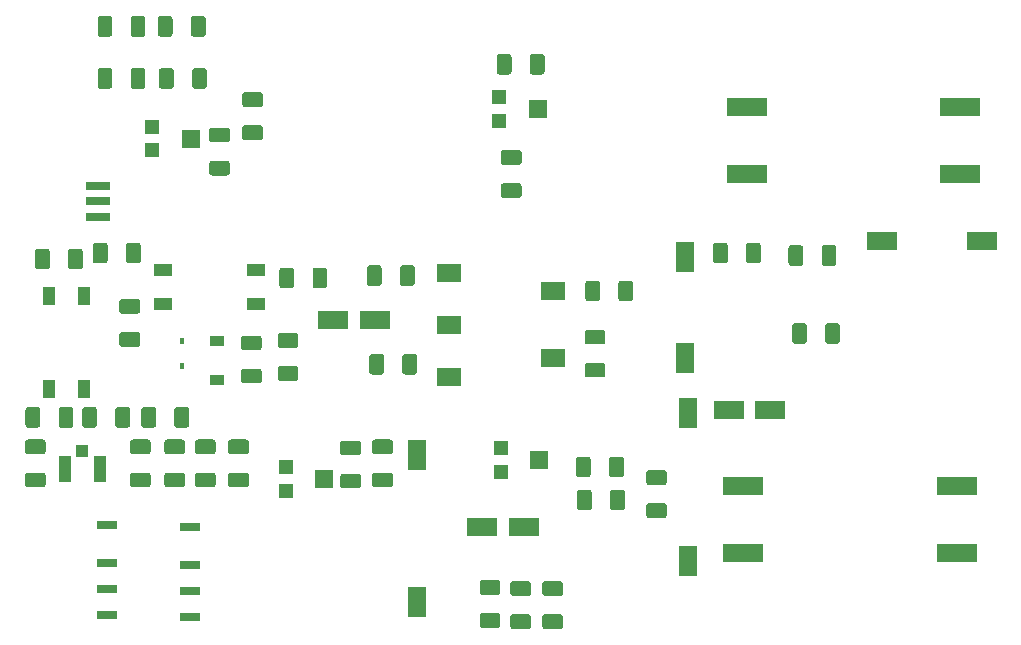
<source format=gbr>
G04 #@! TF.GenerationSoftware,KiCad,Pcbnew,(5.1.2)-1*
G04 #@! TF.CreationDate,2020-03-29T12:59:04+05:30*
G04 #@! TF.ProjectId,G6ALU_20WPA,4736414c-555f-4323-9057-50412e6b6963,rev?*
G04 #@! TF.SameCoordinates,Original*
G04 #@! TF.FileFunction,Paste,Bot*
G04 #@! TF.FilePolarity,Positive*
%FSLAX46Y46*%
G04 Gerber Fmt 4.6, Leading zero omitted, Abs format (unit mm)*
G04 Created by KiCad (PCBNEW (5.1.2)-1) date 2020-03-29 12:59:04*
%MOMM*%
%LPD*%
G04 APERTURE LIST*
%ADD10C,0.100000*%
%ADD11C,1.250000*%
%ADD12R,1.800000X0.800000*%
%ADD13R,1.050000X2.200000*%
%ADD14R,1.000000X1.050000*%
%ADD15R,0.450000X0.600000*%
%ADD16R,2.500000X1.500000*%
%ADD17R,1.500000X2.500000*%
%ADD18R,1.200000X0.900000*%
%ADD19R,2.000000X0.750000*%
%ADD20R,1.250000X1.250000*%
%ADD21R,1.500000X1.600000*%
%ADD22R,1.000000X1.500000*%
%ADD23R,1.500000X1.000000*%
%ADD24R,2.000000X1.500000*%
%ADD25R,3.500000X1.500000*%
G04 APERTURE END LIST*
D10*
G36*
X90049504Y-100676204D02*
G01*
X90073773Y-100679804D01*
X90097571Y-100685765D01*
X90120671Y-100694030D01*
X90142849Y-100704520D01*
X90163893Y-100717133D01*
X90183598Y-100731747D01*
X90201777Y-100748223D01*
X90218253Y-100766402D01*
X90232867Y-100786107D01*
X90245480Y-100807151D01*
X90255970Y-100829329D01*
X90264235Y-100852429D01*
X90270196Y-100876227D01*
X90273796Y-100900496D01*
X90275000Y-100925000D01*
X90275000Y-101675000D01*
X90273796Y-101699504D01*
X90270196Y-101723773D01*
X90264235Y-101747571D01*
X90255970Y-101770671D01*
X90245480Y-101792849D01*
X90232867Y-101813893D01*
X90218253Y-101833598D01*
X90201777Y-101851777D01*
X90183598Y-101868253D01*
X90163893Y-101882867D01*
X90142849Y-101895480D01*
X90120671Y-101905970D01*
X90097571Y-101914235D01*
X90073773Y-101920196D01*
X90049504Y-101923796D01*
X90025000Y-101925000D01*
X88775000Y-101925000D01*
X88750496Y-101923796D01*
X88726227Y-101920196D01*
X88702429Y-101914235D01*
X88679329Y-101905970D01*
X88657151Y-101895480D01*
X88636107Y-101882867D01*
X88616402Y-101868253D01*
X88598223Y-101851777D01*
X88581747Y-101833598D01*
X88567133Y-101813893D01*
X88554520Y-101792849D01*
X88544030Y-101770671D01*
X88535765Y-101747571D01*
X88529804Y-101723773D01*
X88526204Y-101699504D01*
X88525000Y-101675000D01*
X88525000Y-100925000D01*
X88526204Y-100900496D01*
X88529804Y-100876227D01*
X88535765Y-100852429D01*
X88544030Y-100829329D01*
X88554520Y-100807151D01*
X88567133Y-100786107D01*
X88581747Y-100766402D01*
X88598223Y-100748223D01*
X88616402Y-100731747D01*
X88636107Y-100717133D01*
X88657151Y-100704520D01*
X88679329Y-100694030D01*
X88702429Y-100685765D01*
X88726227Y-100679804D01*
X88750496Y-100676204D01*
X88775000Y-100675000D01*
X90025000Y-100675000D01*
X90049504Y-100676204D01*
X90049504Y-100676204D01*
G37*
D11*
X89400000Y-101300000D03*
D10*
G36*
X90049504Y-97876204D02*
G01*
X90073773Y-97879804D01*
X90097571Y-97885765D01*
X90120671Y-97894030D01*
X90142849Y-97904520D01*
X90163893Y-97917133D01*
X90183598Y-97931747D01*
X90201777Y-97948223D01*
X90218253Y-97966402D01*
X90232867Y-97986107D01*
X90245480Y-98007151D01*
X90255970Y-98029329D01*
X90264235Y-98052429D01*
X90270196Y-98076227D01*
X90273796Y-98100496D01*
X90275000Y-98125000D01*
X90275000Y-98875000D01*
X90273796Y-98899504D01*
X90270196Y-98923773D01*
X90264235Y-98947571D01*
X90255970Y-98970671D01*
X90245480Y-98992849D01*
X90232867Y-99013893D01*
X90218253Y-99033598D01*
X90201777Y-99051777D01*
X90183598Y-99068253D01*
X90163893Y-99082867D01*
X90142849Y-99095480D01*
X90120671Y-99105970D01*
X90097571Y-99114235D01*
X90073773Y-99120196D01*
X90049504Y-99123796D01*
X90025000Y-99125000D01*
X88775000Y-99125000D01*
X88750496Y-99123796D01*
X88726227Y-99120196D01*
X88702429Y-99114235D01*
X88679329Y-99105970D01*
X88657151Y-99095480D01*
X88636107Y-99082867D01*
X88616402Y-99068253D01*
X88598223Y-99051777D01*
X88581747Y-99033598D01*
X88567133Y-99013893D01*
X88554520Y-98992849D01*
X88544030Y-98970671D01*
X88535765Y-98947571D01*
X88529804Y-98923773D01*
X88526204Y-98899504D01*
X88525000Y-98875000D01*
X88525000Y-98125000D01*
X88526204Y-98100496D01*
X88529804Y-98076227D01*
X88535765Y-98052429D01*
X88544030Y-98029329D01*
X88554520Y-98007151D01*
X88567133Y-97986107D01*
X88581747Y-97966402D01*
X88598223Y-97948223D01*
X88616402Y-97931747D01*
X88636107Y-97917133D01*
X88657151Y-97904520D01*
X88679329Y-97894030D01*
X88702429Y-97885765D01*
X88726227Y-97879804D01*
X88750496Y-97876204D01*
X88775000Y-97875000D01*
X90025000Y-97875000D01*
X90049504Y-97876204D01*
X90049504Y-97876204D01*
G37*
D11*
X89400000Y-98500000D03*
D12*
X68800000Y-105000000D03*
X68800000Y-108200000D03*
X68800000Y-110400000D03*
X68800000Y-112600000D03*
X75800000Y-112800000D03*
X75800000Y-110600000D03*
X75800000Y-108400000D03*
X75800000Y-105200000D03*
D13*
X65225000Y-100275000D03*
D14*
X66700000Y-98750000D03*
D13*
X68175000Y-100275000D03*
D15*
X75100000Y-89450000D03*
X75100000Y-91550000D03*
D10*
G36*
X63699504Y-81626204D02*
G01*
X63723773Y-81629804D01*
X63747571Y-81635765D01*
X63770671Y-81644030D01*
X63792849Y-81654520D01*
X63813893Y-81667133D01*
X63833598Y-81681747D01*
X63851777Y-81698223D01*
X63868253Y-81716402D01*
X63882867Y-81736107D01*
X63895480Y-81757151D01*
X63905970Y-81779329D01*
X63914235Y-81802429D01*
X63920196Y-81826227D01*
X63923796Y-81850496D01*
X63925000Y-81875000D01*
X63925000Y-83125000D01*
X63923796Y-83149504D01*
X63920196Y-83173773D01*
X63914235Y-83197571D01*
X63905970Y-83220671D01*
X63895480Y-83242849D01*
X63882867Y-83263893D01*
X63868253Y-83283598D01*
X63851777Y-83301777D01*
X63833598Y-83318253D01*
X63813893Y-83332867D01*
X63792849Y-83345480D01*
X63770671Y-83355970D01*
X63747571Y-83364235D01*
X63723773Y-83370196D01*
X63699504Y-83373796D01*
X63675000Y-83375000D01*
X62925000Y-83375000D01*
X62900496Y-83373796D01*
X62876227Y-83370196D01*
X62852429Y-83364235D01*
X62829329Y-83355970D01*
X62807151Y-83345480D01*
X62786107Y-83332867D01*
X62766402Y-83318253D01*
X62748223Y-83301777D01*
X62731747Y-83283598D01*
X62717133Y-83263893D01*
X62704520Y-83242849D01*
X62694030Y-83220671D01*
X62685765Y-83197571D01*
X62679804Y-83173773D01*
X62676204Y-83149504D01*
X62675000Y-83125000D01*
X62675000Y-81875000D01*
X62676204Y-81850496D01*
X62679804Y-81826227D01*
X62685765Y-81802429D01*
X62694030Y-81779329D01*
X62704520Y-81757151D01*
X62717133Y-81736107D01*
X62731747Y-81716402D01*
X62748223Y-81698223D01*
X62766402Y-81681747D01*
X62786107Y-81667133D01*
X62807151Y-81654520D01*
X62829329Y-81644030D01*
X62852429Y-81635765D01*
X62876227Y-81629804D01*
X62900496Y-81626204D01*
X62925000Y-81625000D01*
X63675000Y-81625000D01*
X63699504Y-81626204D01*
X63699504Y-81626204D01*
G37*
D11*
X63300000Y-82500000D03*
D10*
G36*
X66499504Y-81626204D02*
G01*
X66523773Y-81629804D01*
X66547571Y-81635765D01*
X66570671Y-81644030D01*
X66592849Y-81654520D01*
X66613893Y-81667133D01*
X66633598Y-81681747D01*
X66651777Y-81698223D01*
X66668253Y-81716402D01*
X66682867Y-81736107D01*
X66695480Y-81757151D01*
X66705970Y-81779329D01*
X66714235Y-81802429D01*
X66720196Y-81826227D01*
X66723796Y-81850496D01*
X66725000Y-81875000D01*
X66725000Y-83125000D01*
X66723796Y-83149504D01*
X66720196Y-83173773D01*
X66714235Y-83197571D01*
X66705970Y-83220671D01*
X66695480Y-83242849D01*
X66682867Y-83263893D01*
X66668253Y-83283598D01*
X66651777Y-83301777D01*
X66633598Y-83318253D01*
X66613893Y-83332867D01*
X66592849Y-83345480D01*
X66570671Y-83355970D01*
X66547571Y-83364235D01*
X66523773Y-83370196D01*
X66499504Y-83373796D01*
X66475000Y-83375000D01*
X65725000Y-83375000D01*
X65700496Y-83373796D01*
X65676227Y-83370196D01*
X65652429Y-83364235D01*
X65629329Y-83355970D01*
X65607151Y-83345480D01*
X65586107Y-83332867D01*
X65566402Y-83318253D01*
X65548223Y-83301777D01*
X65531747Y-83283598D01*
X65517133Y-83263893D01*
X65504520Y-83242849D01*
X65494030Y-83220671D01*
X65485765Y-83197571D01*
X65479804Y-83173773D01*
X65476204Y-83149504D01*
X65475000Y-83125000D01*
X65475000Y-81875000D01*
X65476204Y-81850496D01*
X65479804Y-81826227D01*
X65485765Y-81802429D01*
X65494030Y-81779329D01*
X65504520Y-81757151D01*
X65517133Y-81736107D01*
X65531747Y-81716402D01*
X65548223Y-81698223D01*
X65566402Y-81681747D01*
X65586107Y-81667133D01*
X65607151Y-81654520D01*
X65629329Y-81644030D01*
X65652429Y-81635765D01*
X65676227Y-81629804D01*
X65700496Y-81626204D01*
X65725000Y-81625000D01*
X66475000Y-81625000D01*
X66499504Y-81626204D01*
X66499504Y-81626204D01*
G37*
D11*
X66100000Y-82500000D03*
D10*
G36*
X72699504Y-95026204D02*
G01*
X72723773Y-95029804D01*
X72747571Y-95035765D01*
X72770671Y-95044030D01*
X72792849Y-95054520D01*
X72813893Y-95067133D01*
X72833598Y-95081747D01*
X72851777Y-95098223D01*
X72868253Y-95116402D01*
X72882867Y-95136107D01*
X72895480Y-95157151D01*
X72905970Y-95179329D01*
X72914235Y-95202429D01*
X72920196Y-95226227D01*
X72923796Y-95250496D01*
X72925000Y-95275000D01*
X72925000Y-96525000D01*
X72923796Y-96549504D01*
X72920196Y-96573773D01*
X72914235Y-96597571D01*
X72905970Y-96620671D01*
X72895480Y-96642849D01*
X72882867Y-96663893D01*
X72868253Y-96683598D01*
X72851777Y-96701777D01*
X72833598Y-96718253D01*
X72813893Y-96732867D01*
X72792849Y-96745480D01*
X72770671Y-96755970D01*
X72747571Y-96764235D01*
X72723773Y-96770196D01*
X72699504Y-96773796D01*
X72675000Y-96775000D01*
X71925000Y-96775000D01*
X71900496Y-96773796D01*
X71876227Y-96770196D01*
X71852429Y-96764235D01*
X71829329Y-96755970D01*
X71807151Y-96745480D01*
X71786107Y-96732867D01*
X71766402Y-96718253D01*
X71748223Y-96701777D01*
X71731747Y-96683598D01*
X71717133Y-96663893D01*
X71704520Y-96642849D01*
X71694030Y-96620671D01*
X71685765Y-96597571D01*
X71679804Y-96573773D01*
X71676204Y-96549504D01*
X71675000Y-96525000D01*
X71675000Y-95275000D01*
X71676204Y-95250496D01*
X71679804Y-95226227D01*
X71685765Y-95202429D01*
X71694030Y-95179329D01*
X71704520Y-95157151D01*
X71717133Y-95136107D01*
X71731747Y-95116402D01*
X71748223Y-95098223D01*
X71766402Y-95081747D01*
X71786107Y-95067133D01*
X71807151Y-95054520D01*
X71829329Y-95044030D01*
X71852429Y-95035765D01*
X71876227Y-95029804D01*
X71900496Y-95026204D01*
X71925000Y-95025000D01*
X72675000Y-95025000D01*
X72699504Y-95026204D01*
X72699504Y-95026204D01*
G37*
D11*
X72300000Y-95900000D03*
D10*
G36*
X75499504Y-95026204D02*
G01*
X75523773Y-95029804D01*
X75547571Y-95035765D01*
X75570671Y-95044030D01*
X75592849Y-95054520D01*
X75613893Y-95067133D01*
X75633598Y-95081747D01*
X75651777Y-95098223D01*
X75668253Y-95116402D01*
X75682867Y-95136107D01*
X75695480Y-95157151D01*
X75705970Y-95179329D01*
X75714235Y-95202429D01*
X75720196Y-95226227D01*
X75723796Y-95250496D01*
X75725000Y-95275000D01*
X75725000Y-96525000D01*
X75723796Y-96549504D01*
X75720196Y-96573773D01*
X75714235Y-96597571D01*
X75705970Y-96620671D01*
X75695480Y-96642849D01*
X75682867Y-96663893D01*
X75668253Y-96683598D01*
X75651777Y-96701777D01*
X75633598Y-96718253D01*
X75613893Y-96732867D01*
X75592849Y-96745480D01*
X75570671Y-96755970D01*
X75547571Y-96764235D01*
X75523773Y-96770196D01*
X75499504Y-96773796D01*
X75475000Y-96775000D01*
X74725000Y-96775000D01*
X74700496Y-96773796D01*
X74676227Y-96770196D01*
X74652429Y-96764235D01*
X74629329Y-96755970D01*
X74607151Y-96745480D01*
X74586107Y-96732867D01*
X74566402Y-96718253D01*
X74548223Y-96701777D01*
X74531747Y-96683598D01*
X74517133Y-96663893D01*
X74504520Y-96642849D01*
X74494030Y-96620671D01*
X74485765Y-96597571D01*
X74479804Y-96573773D01*
X74476204Y-96549504D01*
X74475000Y-96525000D01*
X74475000Y-95275000D01*
X74476204Y-95250496D01*
X74479804Y-95226227D01*
X74485765Y-95202429D01*
X74494030Y-95179329D01*
X74504520Y-95157151D01*
X74517133Y-95136107D01*
X74531747Y-95116402D01*
X74548223Y-95098223D01*
X74566402Y-95081747D01*
X74586107Y-95067133D01*
X74607151Y-95054520D01*
X74629329Y-95044030D01*
X74652429Y-95035765D01*
X74676227Y-95029804D01*
X74700496Y-95026204D01*
X74725000Y-95025000D01*
X75475000Y-95025000D01*
X75499504Y-95026204D01*
X75499504Y-95026204D01*
G37*
D11*
X75100000Y-95900000D03*
D10*
G36*
X68999504Y-66326204D02*
G01*
X69023773Y-66329804D01*
X69047571Y-66335765D01*
X69070671Y-66344030D01*
X69092849Y-66354520D01*
X69113893Y-66367133D01*
X69133598Y-66381747D01*
X69151777Y-66398223D01*
X69168253Y-66416402D01*
X69182867Y-66436107D01*
X69195480Y-66457151D01*
X69205970Y-66479329D01*
X69214235Y-66502429D01*
X69220196Y-66526227D01*
X69223796Y-66550496D01*
X69225000Y-66575000D01*
X69225000Y-67825000D01*
X69223796Y-67849504D01*
X69220196Y-67873773D01*
X69214235Y-67897571D01*
X69205970Y-67920671D01*
X69195480Y-67942849D01*
X69182867Y-67963893D01*
X69168253Y-67983598D01*
X69151777Y-68001777D01*
X69133598Y-68018253D01*
X69113893Y-68032867D01*
X69092849Y-68045480D01*
X69070671Y-68055970D01*
X69047571Y-68064235D01*
X69023773Y-68070196D01*
X68999504Y-68073796D01*
X68975000Y-68075000D01*
X68225000Y-68075000D01*
X68200496Y-68073796D01*
X68176227Y-68070196D01*
X68152429Y-68064235D01*
X68129329Y-68055970D01*
X68107151Y-68045480D01*
X68086107Y-68032867D01*
X68066402Y-68018253D01*
X68048223Y-68001777D01*
X68031747Y-67983598D01*
X68017133Y-67963893D01*
X68004520Y-67942849D01*
X67994030Y-67920671D01*
X67985765Y-67897571D01*
X67979804Y-67873773D01*
X67976204Y-67849504D01*
X67975000Y-67825000D01*
X67975000Y-66575000D01*
X67976204Y-66550496D01*
X67979804Y-66526227D01*
X67985765Y-66502429D01*
X67994030Y-66479329D01*
X68004520Y-66457151D01*
X68017133Y-66436107D01*
X68031747Y-66416402D01*
X68048223Y-66398223D01*
X68066402Y-66381747D01*
X68086107Y-66367133D01*
X68107151Y-66354520D01*
X68129329Y-66344030D01*
X68152429Y-66335765D01*
X68176227Y-66329804D01*
X68200496Y-66326204D01*
X68225000Y-66325000D01*
X68975000Y-66325000D01*
X68999504Y-66326204D01*
X68999504Y-66326204D01*
G37*
D11*
X68600000Y-67200000D03*
D10*
G36*
X71799504Y-66326204D02*
G01*
X71823773Y-66329804D01*
X71847571Y-66335765D01*
X71870671Y-66344030D01*
X71892849Y-66354520D01*
X71913893Y-66367133D01*
X71933598Y-66381747D01*
X71951777Y-66398223D01*
X71968253Y-66416402D01*
X71982867Y-66436107D01*
X71995480Y-66457151D01*
X72005970Y-66479329D01*
X72014235Y-66502429D01*
X72020196Y-66526227D01*
X72023796Y-66550496D01*
X72025000Y-66575000D01*
X72025000Y-67825000D01*
X72023796Y-67849504D01*
X72020196Y-67873773D01*
X72014235Y-67897571D01*
X72005970Y-67920671D01*
X71995480Y-67942849D01*
X71982867Y-67963893D01*
X71968253Y-67983598D01*
X71951777Y-68001777D01*
X71933598Y-68018253D01*
X71913893Y-68032867D01*
X71892849Y-68045480D01*
X71870671Y-68055970D01*
X71847571Y-68064235D01*
X71823773Y-68070196D01*
X71799504Y-68073796D01*
X71775000Y-68075000D01*
X71025000Y-68075000D01*
X71000496Y-68073796D01*
X70976227Y-68070196D01*
X70952429Y-68064235D01*
X70929329Y-68055970D01*
X70907151Y-68045480D01*
X70886107Y-68032867D01*
X70866402Y-68018253D01*
X70848223Y-68001777D01*
X70831747Y-67983598D01*
X70817133Y-67963893D01*
X70804520Y-67942849D01*
X70794030Y-67920671D01*
X70785765Y-67897571D01*
X70779804Y-67873773D01*
X70776204Y-67849504D01*
X70775000Y-67825000D01*
X70775000Y-66575000D01*
X70776204Y-66550496D01*
X70779804Y-66526227D01*
X70785765Y-66502429D01*
X70794030Y-66479329D01*
X70804520Y-66457151D01*
X70817133Y-66436107D01*
X70831747Y-66416402D01*
X70848223Y-66398223D01*
X70866402Y-66381747D01*
X70886107Y-66367133D01*
X70907151Y-66354520D01*
X70929329Y-66344030D01*
X70952429Y-66335765D01*
X70976227Y-66329804D01*
X71000496Y-66326204D01*
X71025000Y-66325000D01*
X71775000Y-66325000D01*
X71799504Y-66326204D01*
X71799504Y-66326204D01*
G37*
D11*
X71400000Y-67200000D03*
D10*
G36*
X74199504Y-66326204D02*
G01*
X74223773Y-66329804D01*
X74247571Y-66335765D01*
X74270671Y-66344030D01*
X74292849Y-66354520D01*
X74313893Y-66367133D01*
X74333598Y-66381747D01*
X74351777Y-66398223D01*
X74368253Y-66416402D01*
X74382867Y-66436107D01*
X74395480Y-66457151D01*
X74405970Y-66479329D01*
X74414235Y-66502429D01*
X74420196Y-66526227D01*
X74423796Y-66550496D01*
X74425000Y-66575000D01*
X74425000Y-67825000D01*
X74423796Y-67849504D01*
X74420196Y-67873773D01*
X74414235Y-67897571D01*
X74405970Y-67920671D01*
X74395480Y-67942849D01*
X74382867Y-67963893D01*
X74368253Y-67983598D01*
X74351777Y-68001777D01*
X74333598Y-68018253D01*
X74313893Y-68032867D01*
X74292849Y-68045480D01*
X74270671Y-68055970D01*
X74247571Y-68064235D01*
X74223773Y-68070196D01*
X74199504Y-68073796D01*
X74175000Y-68075000D01*
X73425000Y-68075000D01*
X73400496Y-68073796D01*
X73376227Y-68070196D01*
X73352429Y-68064235D01*
X73329329Y-68055970D01*
X73307151Y-68045480D01*
X73286107Y-68032867D01*
X73266402Y-68018253D01*
X73248223Y-68001777D01*
X73231747Y-67983598D01*
X73217133Y-67963893D01*
X73204520Y-67942849D01*
X73194030Y-67920671D01*
X73185765Y-67897571D01*
X73179804Y-67873773D01*
X73176204Y-67849504D01*
X73175000Y-67825000D01*
X73175000Y-66575000D01*
X73176204Y-66550496D01*
X73179804Y-66526227D01*
X73185765Y-66502429D01*
X73194030Y-66479329D01*
X73204520Y-66457151D01*
X73217133Y-66436107D01*
X73231747Y-66416402D01*
X73248223Y-66398223D01*
X73266402Y-66381747D01*
X73286107Y-66367133D01*
X73307151Y-66354520D01*
X73329329Y-66344030D01*
X73352429Y-66335765D01*
X73376227Y-66329804D01*
X73400496Y-66326204D01*
X73425000Y-66325000D01*
X74175000Y-66325000D01*
X74199504Y-66326204D01*
X74199504Y-66326204D01*
G37*
D11*
X73800000Y-67200000D03*
D10*
G36*
X76999504Y-66326204D02*
G01*
X77023773Y-66329804D01*
X77047571Y-66335765D01*
X77070671Y-66344030D01*
X77092849Y-66354520D01*
X77113893Y-66367133D01*
X77133598Y-66381747D01*
X77151777Y-66398223D01*
X77168253Y-66416402D01*
X77182867Y-66436107D01*
X77195480Y-66457151D01*
X77205970Y-66479329D01*
X77214235Y-66502429D01*
X77220196Y-66526227D01*
X77223796Y-66550496D01*
X77225000Y-66575000D01*
X77225000Y-67825000D01*
X77223796Y-67849504D01*
X77220196Y-67873773D01*
X77214235Y-67897571D01*
X77205970Y-67920671D01*
X77195480Y-67942849D01*
X77182867Y-67963893D01*
X77168253Y-67983598D01*
X77151777Y-68001777D01*
X77133598Y-68018253D01*
X77113893Y-68032867D01*
X77092849Y-68045480D01*
X77070671Y-68055970D01*
X77047571Y-68064235D01*
X77023773Y-68070196D01*
X76999504Y-68073796D01*
X76975000Y-68075000D01*
X76225000Y-68075000D01*
X76200496Y-68073796D01*
X76176227Y-68070196D01*
X76152429Y-68064235D01*
X76129329Y-68055970D01*
X76107151Y-68045480D01*
X76086107Y-68032867D01*
X76066402Y-68018253D01*
X76048223Y-68001777D01*
X76031747Y-67983598D01*
X76017133Y-67963893D01*
X76004520Y-67942849D01*
X75994030Y-67920671D01*
X75985765Y-67897571D01*
X75979804Y-67873773D01*
X75976204Y-67849504D01*
X75975000Y-67825000D01*
X75975000Y-66575000D01*
X75976204Y-66550496D01*
X75979804Y-66526227D01*
X75985765Y-66502429D01*
X75994030Y-66479329D01*
X76004520Y-66457151D01*
X76017133Y-66436107D01*
X76031747Y-66416402D01*
X76048223Y-66398223D01*
X76066402Y-66381747D01*
X76086107Y-66367133D01*
X76107151Y-66354520D01*
X76129329Y-66344030D01*
X76152429Y-66335765D01*
X76176227Y-66329804D01*
X76200496Y-66326204D01*
X76225000Y-66325000D01*
X76975000Y-66325000D01*
X76999504Y-66326204D01*
X76999504Y-66326204D01*
G37*
D11*
X76600000Y-67200000D03*
D10*
G36*
X75149504Y-100576204D02*
G01*
X75173773Y-100579804D01*
X75197571Y-100585765D01*
X75220671Y-100594030D01*
X75242849Y-100604520D01*
X75263893Y-100617133D01*
X75283598Y-100631747D01*
X75301777Y-100648223D01*
X75318253Y-100666402D01*
X75332867Y-100686107D01*
X75345480Y-100707151D01*
X75355970Y-100729329D01*
X75364235Y-100752429D01*
X75370196Y-100776227D01*
X75373796Y-100800496D01*
X75375000Y-100825000D01*
X75375000Y-101575000D01*
X75373796Y-101599504D01*
X75370196Y-101623773D01*
X75364235Y-101647571D01*
X75355970Y-101670671D01*
X75345480Y-101692849D01*
X75332867Y-101713893D01*
X75318253Y-101733598D01*
X75301777Y-101751777D01*
X75283598Y-101768253D01*
X75263893Y-101782867D01*
X75242849Y-101795480D01*
X75220671Y-101805970D01*
X75197571Y-101814235D01*
X75173773Y-101820196D01*
X75149504Y-101823796D01*
X75125000Y-101825000D01*
X73875000Y-101825000D01*
X73850496Y-101823796D01*
X73826227Y-101820196D01*
X73802429Y-101814235D01*
X73779329Y-101805970D01*
X73757151Y-101795480D01*
X73736107Y-101782867D01*
X73716402Y-101768253D01*
X73698223Y-101751777D01*
X73681747Y-101733598D01*
X73667133Y-101713893D01*
X73654520Y-101692849D01*
X73644030Y-101670671D01*
X73635765Y-101647571D01*
X73629804Y-101623773D01*
X73626204Y-101599504D01*
X73625000Y-101575000D01*
X73625000Y-100825000D01*
X73626204Y-100800496D01*
X73629804Y-100776227D01*
X73635765Y-100752429D01*
X73644030Y-100729329D01*
X73654520Y-100707151D01*
X73667133Y-100686107D01*
X73681747Y-100666402D01*
X73698223Y-100648223D01*
X73716402Y-100631747D01*
X73736107Y-100617133D01*
X73757151Y-100604520D01*
X73779329Y-100594030D01*
X73802429Y-100585765D01*
X73826227Y-100579804D01*
X73850496Y-100576204D01*
X73875000Y-100575000D01*
X75125000Y-100575000D01*
X75149504Y-100576204D01*
X75149504Y-100576204D01*
G37*
D11*
X74500000Y-101200000D03*
D10*
G36*
X75149504Y-97776204D02*
G01*
X75173773Y-97779804D01*
X75197571Y-97785765D01*
X75220671Y-97794030D01*
X75242849Y-97804520D01*
X75263893Y-97817133D01*
X75283598Y-97831747D01*
X75301777Y-97848223D01*
X75318253Y-97866402D01*
X75332867Y-97886107D01*
X75345480Y-97907151D01*
X75355970Y-97929329D01*
X75364235Y-97952429D01*
X75370196Y-97976227D01*
X75373796Y-98000496D01*
X75375000Y-98025000D01*
X75375000Y-98775000D01*
X75373796Y-98799504D01*
X75370196Y-98823773D01*
X75364235Y-98847571D01*
X75355970Y-98870671D01*
X75345480Y-98892849D01*
X75332867Y-98913893D01*
X75318253Y-98933598D01*
X75301777Y-98951777D01*
X75283598Y-98968253D01*
X75263893Y-98982867D01*
X75242849Y-98995480D01*
X75220671Y-99005970D01*
X75197571Y-99014235D01*
X75173773Y-99020196D01*
X75149504Y-99023796D01*
X75125000Y-99025000D01*
X73875000Y-99025000D01*
X73850496Y-99023796D01*
X73826227Y-99020196D01*
X73802429Y-99014235D01*
X73779329Y-99005970D01*
X73757151Y-98995480D01*
X73736107Y-98982867D01*
X73716402Y-98968253D01*
X73698223Y-98951777D01*
X73681747Y-98933598D01*
X73667133Y-98913893D01*
X73654520Y-98892849D01*
X73644030Y-98870671D01*
X73635765Y-98847571D01*
X73629804Y-98823773D01*
X73626204Y-98799504D01*
X73625000Y-98775000D01*
X73625000Y-98025000D01*
X73626204Y-98000496D01*
X73629804Y-97976227D01*
X73635765Y-97952429D01*
X73644030Y-97929329D01*
X73654520Y-97907151D01*
X73667133Y-97886107D01*
X73681747Y-97866402D01*
X73698223Y-97848223D01*
X73716402Y-97831747D01*
X73736107Y-97817133D01*
X73757151Y-97804520D01*
X73779329Y-97794030D01*
X73802429Y-97785765D01*
X73826227Y-97779804D01*
X73850496Y-97776204D01*
X73875000Y-97775000D01*
X75125000Y-97775000D01*
X75149504Y-97776204D01*
X75149504Y-97776204D01*
G37*
D11*
X74500000Y-98400000D03*
D10*
G36*
X80549504Y-97776204D02*
G01*
X80573773Y-97779804D01*
X80597571Y-97785765D01*
X80620671Y-97794030D01*
X80642849Y-97804520D01*
X80663893Y-97817133D01*
X80683598Y-97831747D01*
X80701777Y-97848223D01*
X80718253Y-97866402D01*
X80732867Y-97886107D01*
X80745480Y-97907151D01*
X80755970Y-97929329D01*
X80764235Y-97952429D01*
X80770196Y-97976227D01*
X80773796Y-98000496D01*
X80775000Y-98025000D01*
X80775000Y-98775000D01*
X80773796Y-98799504D01*
X80770196Y-98823773D01*
X80764235Y-98847571D01*
X80755970Y-98870671D01*
X80745480Y-98892849D01*
X80732867Y-98913893D01*
X80718253Y-98933598D01*
X80701777Y-98951777D01*
X80683598Y-98968253D01*
X80663893Y-98982867D01*
X80642849Y-98995480D01*
X80620671Y-99005970D01*
X80597571Y-99014235D01*
X80573773Y-99020196D01*
X80549504Y-99023796D01*
X80525000Y-99025000D01*
X79275000Y-99025000D01*
X79250496Y-99023796D01*
X79226227Y-99020196D01*
X79202429Y-99014235D01*
X79179329Y-99005970D01*
X79157151Y-98995480D01*
X79136107Y-98982867D01*
X79116402Y-98968253D01*
X79098223Y-98951777D01*
X79081747Y-98933598D01*
X79067133Y-98913893D01*
X79054520Y-98892849D01*
X79044030Y-98870671D01*
X79035765Y-98847571D01*
X79029804Y-98823773D01*
X79026204Y-98799504D01*
X79025000Y-98775000D01*
X79025000Y-98025000D01*
X79026204Y-98000496D01*
X79029804Y-97976227D01*
X79035765Y-97952429D01*
X79044030Y-97929329D01*
X79054520Y-97907151D01*
X79067133Y-97886107D01*
X79081747Y-97866402D01*
X79098223Y-97848223D01*
X79116402Y-97831747D01*
X79136107Y-97817133D01*
X79157151Y-97804520D01*
X79179329Y-97794030D01*
X79202429Y-97785765D01*
X79226227Y-97779804D01*
X79250496Y-97776204D01*
X79275000Y-97775000D01*
X80525000Y-97775000D01*
X80549504Y-97776204D01*
X80549504Y-97776204D01*
G37*
D11*
X79900000Y-98400000D03*
D10*
G36*
X80549504Y-100576204D02*
G01*
X80573773Y-100579804D01*
X80597571Y-100585765D01*
X80620671Y-100594030D01*
X80642849Y-100604520D01*
X80663893Y-100617133D01*
X80683598Y-100631747D01*
X80701777Y-100648223D01*
X80718253Y-100666402D01*
X80732867Y-100686107D01*
X80745480Y-100707151D01*
X80755970Y-100729329D01*
X80764235Y-100752429D01*
X80770196Y-100776227D01*
X80773796Y-100800496D01*
X80775000Y-100825000D01*
X80775000Y-101575000D01*
X80773796Y-101599504D01*
X80770196Y-101623773D01*
X80764235Y-101647571D01*
X80755970Y-101670671D01*
X80745480Y-101692849D01*
X80732867Y-101713893D01*
X80718253Y-101733598D01*
X80701777Y-101751777D01*
X80683598Y-101768253D01*
X80663893Y-101782867D01*
X80642849Y-101795480D01*
X80620671Y-101805970D01*
X80597571Y-101814235D01*
X80573773Y-101820196D01*
X80549504Y-101823796D01*
X80525000Y-101825000D01*
X79275000Y-101825000D01*
X79250496Y-101823796D01*
X79226227Y-101820196D01*
X79202429Y-101814235D01*
X79179329Y-101805970D01*
X79157151Y-101795480D01*
X79136107Y-101782867D01*
X79116402Y-101768253D01*
X79098223Y-101751777D01*
X79081747Y-101733598D01*
X79067133Y-101713893D01*
X79054520Y-101692849D01*
X79044030Y-101670671D01*
X79035765Y-101647571D01*
X79029804Y-101623773D01*
X79026204Y-101599504D01*
X79025000Y-101575000D01*
X79025000Y-100825000D01*
X79026204Y-100800496D01*
X79029804Y-100776227D01*
X79035765Y-100752429D01*
X79044030Y-100729329D01*
X79054520Y-100707151D01*
X79067133Y-100686107D01*
X79081747Y-100666402D01*
X79098223Y-100648223D01*
X79116402Y-100631747D01*
X79136107Y-100617133D01*
X79157151Y-100604520D01*
X79179329Y-100594030D01*
X79202429Y-100585765D01*
X79226227Y-100579804D01*
X79250496Y-100576204D01*
X79275000Y-100575000D01*
X80525000Y-100575000D01*
X80549504Y-100576204D01*
X80549504Y-100576204D01*
G37*
D11*
X79900000Y-101200000D03*
D10*
G36*
X84399504Y-83226204D02*
G01*
X84423773Y-83229804D01*
X84447571Y-83235765D01*
X84470671Y-83244030D01*
X84492849Y-83254520D01*
X84513893Y-83267133D01*
X84533598Y-83281747D01*
X84551777Y-83298223D01*
X84568253Y-83316402D01*
X84582867Y-83336107D01*
X84595480Y-83357151D01*
X84605970Y-83379329D01*
X84614235Y-83402429D01*
X84620196Y-83426227D01*
X84623796Y-83450496D01*
X84625000Y-83475000D01*
X84625000Y-84725000D01*
X84623796Y-84749504D01*
X84620196Y-84773773D01*
X84614235Y-84797571D01*
X84605970Y-84820671D01*
X84595480Y-84842849D01*
X84582867Y-84863893D01*
X84568253Y-84883598D01*
X84551777Y-84901777D01*
X84533598Y-84918253D01*
X84513893Y-84932867D01*
X84492849Y-84945480D01*
X84470671Y-84955970D01*
X84447571Y-84964235D01*
X84423773Y-84970196D01*
X84399504Y-84973796D01*
X84375000Y-84975000D01*
X83625000Y-84975000D01*
X83600496Y-84973796D01*
X83576227Y-84970196D01*
X83552429Y-84964235D01*
X83529329Y-84955970D01*
X83507151Y-84945480D01*
X83486107Y-84932867D01*
X83466402Y-84918253D01*
X83448223Y-84901777D01*
X83431747Y-84883598D01*
X83417133Y-84863893D01*
X83404520Y-84842849D01*
X83394030Y-84820671D01*
X83385765Y-84797571D01*
X83379804Y-84773773D01*
X83376204Y-84749504D01*
X83375000Y-84725000D01*
X83375000Y-83475000D01*
X83376204Y-83450496D01*
X83379804Y-83426227D01*
X83385765Y-83402429D01*
X83394030Y-83379329D01*
X83404520Y-83357151D01*
X83417133Y-83336107D01*
X83431747Y-83316402D01*
X83448223Y-83298223D01*
X83466402Y-83281747D01*
X83486107Y-83267133D01*
X83507151Y-83254520D01*
X83529329Y-83244030D01*
X83552429Y-83235765D01*
X83576227Y-83229804D01*
X83600496Y-83226204D01*
X83625000Y-83225000D01*
X84375000Y-83225000D01*
X84399504Y-83226204D01*
X84399504Y-83226204D01*
G37*
D11*
X84000000Y-84100000D03*
D10*
G36*
X87199504Y-83226204D02*
G01*
X87223773Y-83229804D01*
X87247571Y-83235765D01*
X87270671Y-83244030D01*
X87292849Y-83254520D01*
X87313893Y-83267133D01*
X87333598Y-83281747D01*
X87351777Y-83298223D01*
X87368253Y-83316402D01*
X87382867Y-83336107D01*
X87395480Y-83357151D01*
X87405970Y-83379329D01*
X87414235Y-83402429D01*
X87420196Y-83426227D01*
X87423796Y-83450496D01*
X87425000Y-83475000D01*
X87425000Y-84725000D01*
X87423796Y-84749504D01*
X87420196Y-84773773D01*
X87414235Y-84797571D01*
X87405970Y-84820671D01*
X87395480Y-84842849D01*
X87382867Y-84863893D01*
X87368253Y-84883598D01*
X87351777Y-84901777D01*
X87333598Y-84918253D01*
X87313893Y-84932867D01*
X87292849Y-84945480D01*
X87270671Y-84955970D01*
X87247571Y-84964235D01*
X87223773Y-84970196D01*
X87199504Y-84973796D01*
X87175000Y-84975000D01*
X86425000Y-84975000D01*
X86400496Y-84973796D01*
X86376227Y-84970196D01*
X86352429Y-84964235D01*
X86329329Y-84955970D01*
X86307151Y-84945480D01*
X86286107Y-84932867D01*
X86266402Y-84918253D01*
X86248223Y-84901777D01*
X86231747Y-84883598D01*
X86217133Y-84863893D01*
X86204520Y-84842849D01*
X86194030Y-84820671D01*
X86185765Y-84797571D01*
X86179804Y-84773773D01*
X86176204Y-84749504D01*
X86175000Y-84725000D01*
X86175000Y-83475000D01*
X86176204Y-83450496D01*
X86179804Y-83426227D01*
X86185765Y-83402429D01*
X86194030Y-83379329D01*
X86204520Y-83357151D01*
X86217133Y-83336107D01*
X86231747Y-83316402D01*
X86248223Y-83298223D01*
X86266402Y-83281747D01*
X86286107Y-83267133D01*
X86307151Y-83254520D01*
X86329329Y-83244030D01*
X86352429Y-83235765D01*
X86376227Y-83229804D01*
X86400496Y-83226204D01*
X86425000Y-83225000D01*
X87175000Y-83225000D01*
X87199504Y-83226204D01*
X87199504Y-83226204D01*
G37*
D11*
X86800000Y-84100000D03*
D10*
G36*
X84749504Y-88776204D02*
G01*
X84773773Y-88779804D01*
X84797571Y-88785765D01*
X84820671Y-88794030D01*
X84842849Y-88804520D01*
X84863893Y-88817133D01*
X84883598Y-88831747D01*
X84901777Y-88848223D01*
X84918253Y-88866402D01*
X84932867Y-88886107D01*
X84945480Y-88907151D01*
X84955970Y-88929329D01*
X84964235Y-88952429D01*
X84970196Y-88976227D01*
X84973796Y-89000496D01*
X84975000Y-89025000D01*
X84975000Y-89775000D01*
X84973796Y-89799504D01*
X84970196Y-89823773D01*
X84964235Y-89847571D01*
X84955970Y-89870671D01*
X84945480Y-89892849D01*
X84932867Y-89913893D01*
X84918253Y-89933598D01*
X84901777Y-89951777D01*
X84883598Y-89968253D01*
X84863893Y-89982867D01*
X84842849Y-89995480D01*
X84820671Y-90005970D01*
X84797571Y-90014235D01*
X84773773Y-90020196D01*
X84749504Y-90023796D01*
X84725000Y-90025000D01*
X83475000Y-90025000D01*
X83450496Y-90023796D01*
X83426227Y-90020196D01*
X83402429Y-90014235D01*
X83379329Y-90005970D01*
X83357151Y-89995480D01*
X83336107Y-89982867D01*
X83316402Y-89968253D01*
X83298223Y-89951777D01*
X83281747Y-89933598D01*
X83267133Y-89913893D01*
X83254520Y-89892849D01*
X83244030Y-89870671D01*
X83235765Y-89847571D01*
X83229804Y-89823773D01*
X83226204Y-89799504D01*
X83225000Y-89775000D01*
X83225000Y-89025000D01*
X83226204Y-89000496D01*
X83229804Y-88976227D01*
X83235765Y-88952429D01*
X83244030Y-88929329D01*
X83254520Y-88907151D01*
X83267133Y-88886107D01*
X83281747Y-88866402D01*
X83298223Y-88848223D01*
X83316402Y-88831747D01*
X83336107Y-88817133D01*
X83357151Y-88804520D01*
X83379329Y-88794030D01*
X83402429Y-88785765D01*
X83426227Y-88779804D01*
X83450496Y-88776204D01*
X83475000Y-88775000D01*
X84725000Y-88775000D01*
X84749504Y-88776204D01*
X84749504Y-88776204D01*
G37*
D11*
X84100000Y-89400000D03*
D10*
G36*
X84749504Y-91576204D02*
G01*
X84773773Y-91579804D01*
X84797571Y-91585765D01*
X84820671Y-91594030D01*
X84842849Y-91604520D01*
X84863893Y-91617133D01*
X84883598Y-91631747D01*
X84901777Y-91648223D01*
X84918253Y-91666402D01*
X84932867Y-91686107D01*
X84945480Y-91707151D01*
X84955970Y-91729329D01*
X84964235Y-91752429D01*
X84970196Y-91776227D01*
X84973796Y-91800496D01*
X84975000Y-91825000D01*
X84975000Y-92575000D01*
X84973796Y-92599504D01*
X84970196Y-92623773D01*
X84964235Y-92647571D01*
X84955970Y-92670671D01*
X84945480Y-92692849D01*
X84932867Y-92713893D01*
X84918253Y-92733598D01*
X84901777Y-92751777D01*
X84883598Y-92768253D01*
X84863893Y-92782867D01*
X84842849Y-92795480D01*
X84820671Y-92805970D01*
X84797571Y-92814235D01*
X84773773Y-92820196D01*
X84749504Y-92823796D01*
X84725000Y-92825000D01*
X83475000Y-92825000D01*
X83450496Y-92823796D01*
X83426227Y-92820196D01*
X83402429Y-92814235D01*
X83379329Y-92805970D01*
X83357151Y-92795480D01*
X83336107Y-92782867D01*
X83316402Y-92768253D01*
X83298223Y-92751777D01*
X83281747Y-92733598D01*
X83267133Y-92713893D01*
X83254520Y-92692849D01*
X83244030Y-92670671D01*
X83235765Y-92647571D01*
X83229804Y-92623773D01*
X83226204Y-92599504D01*
X83225000Y-92575000D01*
X83225000Y-91825000D01*
X83226204Y-91800496D01*
X83229804Y-91776227D01*
X83235765Y-91752429D01*
X83244030Y-91729329D01*
X83254520Y-91707151D01*
X83267133Y-91686107D01*
X83281747Y-91666402D01*
X83298223Y-91648223D01*
X83316402Y-91631747D01*
X83336107Y-91617133D01*
X83357151Y-91604520D01*
X83379329Y-91594030D01*
X83402429Y-91585765D01*
X83426227Y-91579804D01*
X83450496Y-91576204D01*
X83475000Y-91575000D01*
X84725000Y-91575000D01*
X84749504Y-91576204D01*
X84749504Y-91576204D01*
G37*
D11*
X84100000Y-92200000D03*
D10*
G36*
X92749504Y-100576204D02*
G01*
X92773773Y-100579804D01*
X92797571Y-100585765D01*
X92820671Y-100594030D01*
X92842849Y-100604520D01*
X92863893Y-100617133D01*
X92883598Y-100631747D01*
X92901777Y-100648223D01*
X92918253Y-100666402D01*
X92932867Y-100686107D01*
X92945480Y-100707151D01*
X92955970Y-100729329D01*
X92964235Y-100752429D01*
X92970196Y-100776227D01*
X92973796Y-100800496D01*
X92975000Y-100825000D01*
X92975000Y-101575000D01*
X92973796Y-101599504D01*
X92970196Y-101623773D01*
X92964235Y-101647571D01*
X92955970Y-101670671D01*
X92945480Y-101692849D01*
X92932867Y-101713893D01*
X92918253Y-101733598D01*
X92901777Y-101751777D01*
X92883598Y-101768253D01*
X92863893Y-101782867D01*
X92842849Y-101795480D01*
X92820671Y-101805970D01*
X92797571Y-101814235D01*
X92773773Y-101820196D01*
X92749504Y-101823796D01*
X92725000Y-101825000D01*
X91475000Y-101825000D01*
X91450496Y-101823796D01*
X91426227Y-101820196D01*
X91402429Y-101814235D01*
X91379329Y-101805970D01*
X91357151Y-101795480D01*
X91336107Y-101782867D01*
X91316402Y-101768253D01*
X91298223Y-101751777D01*
X91281747Y-101733598D01*
X91267133Y-101713893D01*
X91254520Y-101692849D01*
X91244030Y-101670671D01*
X91235765Y-101647571D01*
X91229804Y-101623773D01*
X91226204Y-101599504D01*
X91225000Y-101575000D01*
X91225000Y-100825000D01*
X91226204Y-100800496D01*
X91229804Y-100776227D01*
X91235765Y-100752429D01*
X91244030Y-100729329D01*
X91254520Y-100707151D01*
X91267133Y-100686107D01*
X91281747Y-100666402D01*
X91298223Y-100648223D01*
X91316402Y-100631747D01*
X91336107Y-100617133D01*
X91357151Y-100604520D01*
X91379329Y-100594030D01*
X91402429Y-100585765D01*
X91426227Y-100579804D01*
X91450496Y-100576204D01*
X91475000Y-100575000D01*
X92725000Y-100575000D01*
X92749504Y-100576204D01*
X92749504Y-100576204D01*
G37*
D11*
X92100000Y-101200000D03*
D10*
G36*
X92749504Y-97776204D02*
G01*
X92773773Y-97779804D01*
X92797571Y-97785765D01*
X92820671Y-97794030D01*
X92842849Y-97804520D01*
X92863893Y-97817133D01*
X92883598Y-97831747D01*
X92901777Y-97848223D01*
X92918253Y-97866402D01*
X92932867Y-97886107D01*
X92945480Y-97907151D01*
X92955970Y-97929329D01*
X92964235Y-97952429D01*
X92970196Y-97976227D01*
X92973796Y-98000496D01*
X92975000Y-98025000D01*
X92975000Y-98775000D01*
X92973796Y-98799504D01*
X92970196Y-98823773D01*
X92964235Y-98847571D01*
X92955970Y-98870671D01*
X92945480Y-98892849D01*
X92932867Y-98913893D01*
X92918253Y-98933598D01*
X92901777Y-98951777D01*
X92883598Y-98968253D01*
X92863893Y-98982867D01*
X92842849Y-98995480D01*
X92820671Y-99005970D01*
X92797571Y-99014235D01*
X92773773Y-99020196D01*
X92749504Y-99023796D01*
X92725000Y-99025000D01*
X91475000Y-99025000D01*
X91450496Y-99023796D01*
X91426227Y-99020196D01*
X91402429Y-99014235D01*
X91379329Y-99005970D01*
X91357151Y-98995480D01*
X91336107Y-98982867D01*
X91316402Y-98968253D01*
X91298223Y-98951777D01*
X91281747Y-98933598D01*
X91267133Y-98913893D01*
X91254520Y-98892849D01*
X91244030Y-98870671D01*
X91235765Y-98847571D01*
X91229804Y-98823773D01*
X91226204Y-98799504D01*
X91225000Y-98775000D01*
X91225000Y-98025000D01*
X91226204Y-98000496D01*
X91229804Y-97976227D01*
X91235765Y-97952429D01*
X91244030Y-97929329D01*
X91254520Y-97907151D01*
X91267133Y-97886107D01*
X91281747Y-97866402D01*
X91298223Y-97848223D01*
X91316402Y-97831747D01*
X91336107Y-97817133D01*
X91357151Y-97804520D01*
X91379329Y-97794030D01*
X91402429Y-97785765D01*
X91426227Y-97779804D01*
X91450496Y-97776204D01*
X91475000Y-97775000D01*
X92725000Y-97775000D01*
X92749504Y-97776204D01*
X92749504Y-97776204D01*
G37*
D11*
X92100000Y-98400000D03*
D10*
G36*
X81749504Y-71176204D02*
G01*
X81773773Y-71179804D01*
X81797571Y-71185765D01*
X81820671Y-71194030D01*
X81842849Y-71204520D01*
X81863893Y-71217133D01*
X81883598Y-71231747D01*
X81901777Y-71248223D01*
X81918253Y-71266402D01*
X81932867Y-71286107D01*
X81945480Y-71307151D01*
X81955970Y-71329329D01*
X81964235Y-71352429D01*
X81970196Y-71376227D01*
X81973796Y-71400496D01*
X81975000Y-71425000D01*
X81975000Y-72175000D01*
X81973796Y-72199504D01*
X81970196Y-72223773D01*
X81964235Y-72247571D01*
X81955970Y-72270671D01*
X81945480Y-72292849D01*
X81932867Y-72313893D01*
X81918253Y-72333598D01*
X81901777Y-72351777D01*
X81883598Y-72368253D01*
X81863893Y-72382867D01*
X81842849Y-72395480D01*
X81820671Y-72405970D01*
X81797571Y-72414235D01*
X81773773Y-72420196D01*
X81749504Y-72423796D01*
X81725000Y-72425000D01*
X80475000Y-72425000D01*
X80450496Y-72423796D01*
X80426227Y-72420196D01*
X80402429Y-72414235D01*
X80379329Y-72405970D01*
X80357151Y-72395480D01*
X80336107Y-72382867D01*
X80316402Y-72368253D01*
X80298223Y-72351777D01*
X80281747Y-72333598D01*
X80267133Y-72313893D01*
X80254520Y-72292849D01*
X80244030Y-72270671D01*
X80235765Y-72247571D01*
X80229804Y-72223773D01*
X80226204Y-72199504D01*
X80225000Y-72175000D01*
X80225000Y-71425000D01*
X80226204Y-71400496D01*
X80229804Y-71376227D01*
X80235765Y-71352429D01*
X80244030Y-71329329D01*
X80254520Y-71307151D01*
X80267133Y-71286107D01*
X80281747Y-71266402D01*
X80298223Y-71248223D01*
X80316402Y-71231747D01*
X80336107Y-71217133D01*
X80357151Y-71204520D01*
X80379329Y-71194030D01*
X80402429Y-71185765D01*
X80426227Y-71179804D01*
X80450496Y-71176204D01*
X80475000Y-71175000D01*
X81725000Y-71175000D01*
X81749504Y-71176204D01*
X81749504Y-71176204D01*
G37*
D11*
X81100000Y-71800000D03*
D10*
G36*
X81749504Y-68376204D02*
G01*
X81773773Y-68379804D01*
X81797571Y-68385765D01*
X81820671Y-68394030D01*
X81842849Y-68404520D01*
X81863893Y-68417133D01*
X81883598Y-68431747D01*
X81901777Y-68448223D01*
X81918253Y-68466402D01*
X81932867Y-68486107D01*
X81945480Y-68507151D01*
X81955970Y-68529329D01*
X81964235Y-68552429D01*
X81970196Y-68576227D01*
X81973796Y-68600496D01*
X81975000Y-68625000D01*
X81975000Y-69375000D01*
X81973796Y-69399504D01*
X81970196Y-69423773D01*
X81964235Y-69447571D01*
X81955970Y-69470671D01*
X81945480Y-69492849D01*
X81932867Y-69513893D01*
X81918253Y-69533598D01*
X81901777Y-69551777D01*
X81883598Y-69568253D01*
X81863893Y-69582867D01*
X81842849Y-69595480D01*
X81820671Y-69605970D01*
X81797571Y-69614235D01*
X81773773Y-69620196D01*
X81749504Y-69623796D01*
X81725000Y-69625000D01*
X80475000Y-69625000D01*
X80450496Y-69623796D01*
X80426227Y-69620196D01*
X80402429Y-69614235D01*
X80379329Y-69605970D01*
X80357151Y-69595480D01*
X80336107Y-69582867D01*
X80316402Y-69568253D01*
X80298223Y-69551777D01*
X80281747Y-69533598D01*
X80267133Y-69513893D01*
X80254520Y-69492849D01*
X80244030Y-69470671D01*
X80235765Y-69447571D01*
X80229804Y-69423773D01*
X80226204Y-69399504D01*
X80225000Y-69375000D01*
X80225000Y-68625000D01*
X80226204Y-68600496D01*
X80229804Y-68576227D01*
X80235765Y-68552429D01*
X80244030Y-68529329D01*
X80254520Y-68507151D01*
X80267133Y-68486107D01*
X80281747Y-68466402D01*
X80298223Y-68448223D01*
X80316402Y-68431747D01*
X80336107Y-68417133D01*
X80357151Y-68404520D01*
X80379329Y-68394030D01*
X80402429Y-68385765D01*
X80426227Y-68379804D01*
X80450496Y-68376204D01*
X80475000Y-68375000D01*
X81725000Y-68375000D01*
X81749504Y-68376204D01*
X81749504Y-68376204D01*
G37*
D11*
X81100000Y-69000000D03*
D16*
X87950000Y-87700000D03*
X91450000Y-87700000D03*
D10*
G36*
X94599504Y-83026204D02*
G01*
X94623773Y-83029804D01*
X94647571Y-83035765D01*
X94670671Y-83044030D01*
X94692849Y-83054520D01*
X94713893Y-83067133D01*
X94733598Y-83081747D01*
X94751777Y-83098223D01*
X94768253Y-83116402D01*
X94782867Y-83136107D01*
X94795480Y-83157151D01*
X94805970Y-83179329D01*
X94814235Y-83202429D01*
X94820196Y-83226227D01*
X94823796Y-83250496D01*
X94825000Y-83275000D01*
X94825000Y-84525000D01*
X94823796Y-84549504D01*
X94820196Y-84573773D01*
X94814235Y-84597571D01*
X94805970Y-84620671D01*
X94795480Y-84642849D01*
X94782867Y-84663893D01*
X94768253Y-84683598D01*
X94751777Y-84701777D01*
X94733598Y-84718253D01*
X94713893Y-84732867D01*
X94692849Y-84745480D01*
X94670671Y-84755970D01*
X94647571Y-84764235D01*
X94623773Y-84770196D01*
X94599504Y-84773796D01*
X94575000Y-84775000D01*
X93825000Y-84775000D01*
X93800496Y-84773796D01*
X93776227Y-84770196D01*
X93752429Y-84764235D01*
X93729329Y-84755970D01*
X93707151Y-84745480D01*
X93686107Y-84732867D01*
X93666402Y-84718253D01*
X93648223Y-84701777D01*
X93631747Y-84683598D01*
X93617133Y-84663893D01*
X93604520Y-84642849D01*
X93594030Y-84620671D01*
X93585765Y-84597571D01*
X93579804Y-84573773D01*
X93576204Y-84549504D01*
X93575000Y-84525000D01*
X93575000Y-83275000D01*
X93576204Y-83250496D01*
X93579804Y-83226227D01*
X93585765Y-83202429D01*
X93594030Y-83179329D01*
X93604520Y-83157151D01*
X93617133Y-83136107D01*
X93631747Y-83116402D01*
X93648223Y-83098223D01*
X93666402Y-83081747D01*
X93686107Y-83067133D01*
X93707151Y-83054520D01*
X93729329Y-83044030D01*
X93752429Y-83035765D01*
X93776227Y-83029804D01*
X93800496Y-83026204D01*
X93825000Y-83025000D01*
X94575000Y-83025000D01*
X94599504Y-83026204D01*
X94599504Y-83026204D01*
G37*
D11*
X94200000Y-83900000D03*
D10*
G36*
X91799504Y-83026204D02*
G01*
X91823773Y-83029804D01*
X91847571Y-83035765D01*
X91870671Y-83044030D01*
X91892849Y-83054520D01*
X91913893Y-83067133D01*
X91933598Y-83081747D01*
X91951777Y-83098223D01*
X91968253Y-83116402D01*
X91982867Y-83136107D01*
X91995480Y-83157151D01*
X92005970Y-83179329D01*
X92014235Y-83202429D01*
X92020196Y-83226227D01*
X92023796Y-83250496D01*
X92025000Y-83275000D01*
X92025000Y-84525000D01*
X92023796Y-84549504D01*
X92020196Y-84573773D01*
X92014235Y-84597571D01*
X92005970Y-84620671D01*
X91995480Y-84642849D01*
X91982867Y-84663893D01*
X91968253Y-84683598D01*
X91951777Y-84701777D01*
X91933598Y-84718253D01*
X91913893Y-84732867D01*
X91892849Y-84745480D01*
X91870671Y-84755970D01*
X91847571Y-84764235D01*
X91823773Y-84770196D01*
X91799504Y-84773796D01*
X91775000Y-84775000D01*
X91025000Y-84775000D01*
X91000496Y-84773796D01*
X90976227Y-84770196D01*
X90952429Y-84764235D01*
X90929329Y-84755970D01*
X90907151Y-84745480D01*
X90886107Y-84732867D01*
X90866402Y-84718253D01*
X90848223Y-84701777D01*
X90831747Y-84683598D01*
X90817133Y-84663893D01*
X90804520Y-84642849D01*
X90794030Y-84620671D01*
X90785765Y-84597571D01*
X90779804Y-84573773D01*
X90776204Y-84549504D01*
X90775000Y-84525000D01*
X90775000Y-83275000D01*
X90776204Y-83250496D01*
X90779804Y-83226227D01*
X90785765Y-83202429D01*
X90794030Y-83179329D01*
X90804520Y-83157151D01*
X90817133Y-83136107D01*
X90831747Y-83116402D01*
X90848223Y-83098223D01*
X90866402Y-83081747D01*
X90886107Y-83067133D01*
X90907151Y-83054520D01*
X90929329Y-83044030D01*
X90952429Y-83035765D01*
X90976227Y-83029804D01*
X91000496Y-83026204D01*
X91025000Y-83025000D01*
X91775000Y-83025000D01*
X91799504Y-83026204D01*
X91799504Y-83026204D01*
G37*
D11*
X91400000Y-83900000D03*
D10*
G36*
X94799504Y-90526204D02*
G01*
X94823773Y-90529804D01*
X94847571Y-90535765D01*
X94870671Y-90544030D01*
X94892849Y-90554520D01*
X94913893Y-90567133D01*
X94933598Y-90581747D01*
X94951777Y-90598223D01*
X94968253Y-90616402D01*
X94982867Y-90636107D01*
X94995480Y-90657151D01*
X95005970Y-90679329D01*
X95014235Y-90702429D01*
X95020196Y-90726227D01*
X95023796Y-90750496D01*
X95025000Y-90775000D01*
X95025000Y-92025000D01*
X95023796Y-92049504D01*
X95020196Y-92073773D01*
X95014235Y-92097571D01*
X95005970Y-92120671D01*
X94995480Y-92142849D01*
X94982867Y-92163893D01*
X94968253Y-92183598D01*
X94951777Y-92201777D01*
X94933598Y-92218253D01*
X94913893Y-92232867D01*
X94892849Y-92245480D01*
X94870671Y-92255970D01*
X94847571Y-92264235D01*
X94823773Y-92270196D01*
X94799504Y-92273796D01*
X94775000Y-92275000D01*
X94025000Y-92275000D01*
X94000496Y-92273796D01*
X93976227Y-92270196D01*
X93952429Y-92264235D01*
X93929329Y-92255970D01*
X93907151Y-92245480D01*
X93886107Y-92232867D01*
X93866402Y-92218253D01*
X93848223Y-92201777D01*
X93831747Y-92183598D01*
X93817133Y-92163893D01*
X93804520Y-92142849D01*
X93794030Y-92120671D01*
X93785765Y-92097571D01*
X93779804Y-92073773D01*
X93776204Y-92049504D01*
X93775000Y-92025000D01*
X93775000Y-90775000D01*
X93776204Y-90750496D01*
X93779804Y-90726227D01*
X93785765Y-90702429D01*
X93794030Y-90679329D01*
X93804520Y-90657151D01*
X93817133Y-90636107D01*
X93831747Y-90616402D01*
X93848223Y-90598223D01*
X93866402Y-90581747D01*
X93886107Y-90567133D01*
X93907151Y-90554520D01*
X93929329Y-90544030D01*
X93952429Y-90535765D01*
X93976227Y-90529804D01*
X94000496Y-90526204D01*
X94025000Y-90525000D01*
X94775000Y-90525000D01*
X94799504Y-90526204D01*
X94799504Y-90526204D01*
G37*
D11*
X94400000Y-91400000D03*
D10*
G36*
X91999504Y-90526204D02*
G01*
X92023773Y-90529804D01*
X92047571Y-90535765D01*
X92070671Y-90544030D01*
X92092849Y-90554520D01*
X92113893Y-90567133D01*
X92133598Y-90581747D01*
X92151777Y-90598223D01*
X92168253Y-90616402D01*
X92182867Y-90636107D01*
X92195480Y-90657151D01*
X92205970Y-90679329D01*
X92214235Y-90702429D01*
X92220196Y-90726227D01*
X92223796Y-90750496D01*
X92225000Y-90775000D01*
X92225000Y-92025000D01*
X92223796Y-92049504D01*
X92220196Y-92073773D01*
X92214235Y-92097571D01*
X92205970Y-92120671D01*
X92195480Y-92142849D01*
X92182867Y-92163893D01*
X92168253Y-92183598D01*
X92151777Y-92201777D01*
X92133598Y-92218253D01*
X92113893Y-92232867D01*
X92092849Y-92245480D01*
X92070671Y-92255970D01*
X92047571Y-92264235D01*
X92023773Y-92270196D01*
X91999504Y-92273796D01*
X91975000Y-92275000D01*
X91225000Y-92275000D01*
X91200496Y-92273796D01*
X91176227Y-92270196D01*
X91152429Y-92264235D01*
X91129329Y-92255970D01*
X91107151Y-92245480D01*
X91086107Y-92232867D01*
X91066402Y-92218253D01*
X91048223Y-92201777D01*
X91031747Y-92183598D01*
X91017133Y-92163893D01*
X91004520Y-92142849D01*
X90994030Y-92120671D01*
X90985765Y-92097571D01*
X90979804Y-92073773D01*
X90976204Y-92049504D01*
X90975000Y-92025000D01*
X90975000Y-90775000D01*
X90976204Y-90750496D01*
X90979804Y-90726227D01*
X90985765Y-90702429D01*
X90994030Y-90679329D01*
X91004520Y-90657151D01*
X91017133Y-90636107D01*
X91031747Y-90616402D01*
X91048223Y-90598223D01*
X91066402Y-90581747D01*
X91086107Y-90567133D01*
X91107151Y-90554520D01*
X91129329Y-90544030D01*
X91152429Y-90535765D01*
X91176227Y-90529804D01*
X91200496Y-90526204D01*
X91225000Y-90525000D01*
X91975000Y-90525000D01*
X91999504Y-90526204D01*
X91999504Y-90526204D01*
G37*
D11*
X91600000Y-91400000D03*
D10*
G36*
X81649504Y-88976204D02*
G01*
X81673773Y-88979804D01*
X81697571Y-88985765D01*
X81720671Y-88994030D01*
X81742849Y-89004520D01*
X81763893Y-89017133D01*
X81783598Y-89031747D01*
X81801777Y-89048223D01*
X81818253Y-89066402D01*
X81832867Y-89086107D01*
X81845480Y-89107151D01*
X81855970Y-89129329D01*
X81864235Y-89152429D01*
X81870196Y-89176227D01*
X81873796Y-89200496D01*
X81875000Y-89225000D01*
X81875000Y-89975000D01*
X81873796Y-89999504D01*
X81870196Y-90023773D01*
X81864235Y-90047571D01*
X81855970Y-90070671D01*
X81845480Y-90092849D01*
X81832867Y-90113893D01*
X81818253Y-90133598D01*
X81801777Y-90151777D01*
X81783598Y-90168253D01*
X81763893Y-90182867D01*
X81742849Y-90195480D01*
X81720671Y-90205970D01*
X81697571Y-90214235D01*
X81673773Y-90220196D01*
X81649504Y-90223796D01*
X81625000Y-90225000D01*
X80375000Y-90225000D01*
X80350496Y-90223796D01*
X80326227Y-90220196D01*
X80302429Y-90214235D01*
X80279329Y-90205970D01*
X80257151Y-90195480D01*
X80236107Y-90182867D01*
X80216402Y-90168253D01*
X80198223Y-90151777D01*
X80181747Y-90133598D01*
X80167133Y-90113893D01*
X80154520Y-90092849D01*
X80144030Y-90070671D01*
X80135765Y-90047571D01*
X80129804Y-90023773D01*
X80126204Y-89999504D01*
X80125000Y-89975000D01*
X80125000Y-89225000D01*
X80126204Y-89200496D01*
X80129804Y-89176227D01*
X80135765Y-89152429D01*
X80144030Y-89129329D01*
X80154520Y-89107151D01*
X80167133Y-89086107D01*
X80181747Y-89066402D01*
X80198223Y-89048223D01*
X80216402Y-89031747D01*
X80236107Y-89017133D01*
X80257151Y-89004520D01*
X80279329Y-88994030D01*
X80302429Y-88985765D01*
X80326227Y-88979804D01*
X80350496Y-88976204D01*
X80375000Y-88975000D01*
X81625000Y-88975000D01*
X81649504Y-88976204D01*
X81649504Y-88976204D01*
G37*
D11*
X81000000Y-89600000D03*
D10*
G36*
X81649504Y-91776204D02*
G01*
X81673773Y-91779804D01*
X81697571Y-91785765D01*
X81720671Y-91794030D01*
X81742849Y-91804520D01*
X81763893Y-91817133D01*
X81783598Y-91831747D01*
X81801777Y-91848223D01*
X81818253Y-91866402D01*
X81832867Y-91886107D01*
X81845480Y-91907151D01*
X81855970Y-91929329D01*
X81864235Y-91952429D01*
X81870196Y-91976227D01*
X81873796Y-92000496D01*
X81875000Y-92025000D01*
X81875000Y-92775000D01*
X81873796Y-92799504D01*
X81870196Y-92823773D01*
X81864235Y-92847571D01*
X81855970Y-92870671D01*
X81845480Y-92892849D01*
X81832867Y-92913893D01*
X81818253Y-92933598D01*
X81801777Y-92951777D01*
X81783598Y-92968253D01*
X81763893Y-92982867D01*
X81742849Y-92995480D01*
X81720671Y-93005970D01*
X81697571Y-93014235D01*
X81673773Y-93020196D01*
X81649504Y-93023796D01*
X81625000Y-93025000D01*
X80375000Y-93025000D01*
X80350496Y-93023796D01*
X80326227Y-93020196D01*
X80302429Y-93014235D01*
X80279329Y-93005970D01*
X80257151Y-92995480D01*
X80236107Y-92982867D01*
X80216402Y-92968253D01*
X80198223Y-92951777D01*
X80181747Y-92933598D01*
X80167133Y-92913893D01*
X80154520Y-92892849D01*
X80144030Y-92870671D01*
X80135765Y-92847571D01*
X80129804Y-92823773D01*
X80126204Y-92799504D01*
X80125000Y-92775000D01*
X80125000Y-92025000D01*
X80126204Y-92000496D01*
X80129804Y-91976227D01*
X80135765Y-91952429D01*
X80144030Y-91929329D01*
X80154520Y-91907151D01*
X80167133Y-91886107D01*
X80181747Y-91866402D01*
X80198223Y-91848223D01*
X80216402Y-91831747D01*
X80236107Y-91817133D01*
X80257151Y-91804520D01*
X80279329Y-91794030D01*
X80302429Y-91785765D01*
X80326227Y-91779804D01*
X80350496Y-91776204D01*
X80375000Y-91775000D01*
X81625000Y-91775000D01*
X81649504Y-91776204D01*
X81649504Y-91776204D01*
G37*
D11*
X81000000Y-92400000D03*
D10*
G36*
X101849504Y-109676204D02*
G01*
X101873773Y-109679804D01*
X101897571Y-109685765D01*
X101920671Y-109694030D01*
X101942849Y-109704520D01*
X101963893Y-109717133D01*
X101983598Y-109731747D01*
X102001777Y-109748223D01*
X102018253Y-109766402D01*
X102032867Y-109786107D01*
X102045480Y-109807151D01*
X102055970Y-109829329D01*
X102064235Y-109852429D01*
X102070196Y-109876227D01*
X102073796Y-109900496D01*
X102075000Y-109925000D01*
X102075000Y-110675000D01*
X102073796Y-110699504D01*
X102070196Y-110723773D01*
X102064235Y-110747571D01*
X102055970Y-110770671D01*
X102045480Y-110792849D01*
X102032867Y-110813893D01*
X102018253Y-110833598D01*
X102001777Y-110851777D01*
X101983598Y-110868253D01*
X101963893Y-110882867D01*
X101942849Y-110895480D01*
X101920671Y-110905970D01*
X101897571Y-110914235D01*
X101873773Y-110920196D01*
X101849504Y-110923796D01*
X101825000Y-110925000D01*
X100575000Y-110925000D01*
X100550496Y-110923796D01*
X100526227Y-110920196D01*
X100502429Y-110914235D01*
X100479329Y-110905970D01*
X100457151Y-110895480D01*
X100436107Y-110882867D01*
X100416402Y-110868253D01*
X100398223Y-110851777D01*
X100381747Y-110833598D01*
X100367133Y-110813893D01*
X100354520Y-110792849D01*
X100344030Y-110770671D01*
X100335765Y-110747571D01*
X100329804Y-110723773D01*
X100326204Y-110699504D01*
X100325000Y-110675000D01*
X100325000Y-109925000D01*
X100326204Y-109900496D01*
X100329804Y-109876227D01*
X100335765Y-109852429D01*
X100344030Y-109829329D01*
X100354520Y-109807151D01*
X100367133Y-109786107D01*
X100381747Y-109766402D01*
X100398223Y-109748223D01*
X100416402Y-109731747D01*
X100436107Y-109717133D01*
X100457151Y-109704520D01*
X100479329Y-109694030D01*
X100502429Y-109685765D01*
X100526227Y-109679804D01*
X100550496Y-109676204D01*
X100575000Y-109675000D01*
X101825000Y-109675000D01*
X101849504Y-109676204D01*
X101849504Y-109676204D01*
G37*
D11*
X101200000Y-110300000D03*
D10*
G36*
X101849504Y-112476204D02*
G01*
X101873773Y-112479804D01*
X101897571Y-112485765D01*
X101920671Y-112494030D01*
X101942849Y-112504520D01*
X101963893Y-112517133D01*
X101983598Y-112531747D01*
X102001777Y-112548223D01*
X102018253Y-112566402D01*
X102032867Y-112586107D01*
X102045480Y-112607151D01*
X102055970Y-112629329D01*
X102064235Y-112652429D01*
X102070196Y-112676227D01*
X102073796Y-112700496D01*
X102075000Y-112725000D01*
X102075000Y-113475000D01*
X102073796Y-113499504D01*
X102070196Y-113523773D01*
X102064235Y-113547571D01*
X102055970Y-113570671D01*
X102045480Y-113592849D01*
X102032867Y-113613893D01*
X102018253Y-113633598D01*
X102001777Y-113651777D01*
X101983598Y-113668253D01*
X101963893Y-113682867D01*
X101942849Y-113695480D01*
X101920671Y-113705970D01*
X101897571Y-113714235D01*
X101873773Y-113720196D01*
X101849504Y-113723796D01*
X101825000Y-113725000D01*
X100575000Y-113725000D01*
X100550496Y-113723796D01*
X100526227Y-113720196D01*
X100502429Y-113714235D01*
X100479329Y-113705970D01*
X100457151Y-113695480D01*
X100436107Y-113682867D01*
X100416402Y-113668253D01*
X100398223Y-113651777D01*
X100381747Y-113633598D01*
X100367133Y-113613893D01*
X100354520Y-113592849D01*
X100344030Y-113570671D01*
X100335765Y-113547571D01*
X100329804Y-113523773D01*
X100326204Y-113499504D01*
X100325000Y-113475000D01*
X100325000Y-112725000D01*
X100326204Y-112700496D01*
X100329804Y-112676227D01*
X100335765Y-112652429D01*
X100344030Y-112629329D01*
X100354520Y-112607151D01*
X100367133Y-112586107D01*
X100381747Y-112566402D01*
X100398223Y-112548223D01*
X100416402Y-112531747D01*
X100436107Y-112517133D01*
X100457151Y-112504520D01*
X100479329Y-112494030D01*
X100502429Y-112485765D01*
X100526227Y-112479804D01*
X100550496Y-112476204D01*
X100575000Y-112475000D01*
X101825000Y-112475000D01*
X101849504Y-112476204D01*
X101849504Y-112476204D01*
G37*
D11*
X101200000Y-113100000D03*
D10*
G36*
X107149504Y-109776204D02*
G01*
X107173773Y-109779804D01*
X107197571Y-109785765D01*
X107220671Y-109794030D01*
X107242849Y-109804520D01*
X107263893Y-109817133D01*
X107283598Y-109831747D01*
X107301777Y-109848223D01*
X107318253Y-109866402D01*
X107332867Y-109886107D01*
X107345480Y-109907151D01*
X107355970Y-109929329D01*
X107364235Y-109952429D01*
X107370196Y-109976227D01*
X107373796Y-110000496D01*
X107375000Y-110025000D01*
X107375000Y-110775000D01*
X107373796Y-110799504D01*
X107370196Y-110823773D01*
X107364235Y-110847571D01*
X107355970Y-110870671D01*
X107345480Y-110892849D01*
X107332867Y-110913893D01*
X107318253Y-110933598D01*
X107301777Y-110951777D01*
X107283598Y-110968253D01*
X107263893Y-110982867D01*
X107242849Y-110995480D01*
X107220671Y-111005970D01*
X107197571Y-111014235D01*
X107173773Y-111020196D01*
X107149504Y-111023796D01*
X107125000Y-111025000D01*
X105875000Y-111025000D01*
X105850496Y-111023796D01*
X105826227Y-111020196D01*
X105802429Y-111014235D01*
X105779329Y-111005970D01*
X105757151Y-110995480D01*
X105736107Y-110982867D01*
X105716402Y-110968253D01*
X105698223Y-110951777D01*
X105681747Y-110933598D01*
X105667133Y-110913893D01*
X105654520Y-110892849D01*
X105644030Y-110870671D01*
X105635765Y-110847571D01*
X105629804Y-110823773D01*
X105626204Y-110799504D01*
X105625000Y-110775000D01*
X105625000Y-110025000D01*
X105626204Y-110000496D01*
X105629804Y-109976227D01*
X105635765Y-109952429D01*
X105644030Y-109929329D01*
X105654520Y-109907151D01*
X105667133Y-109886107D01*
X105681747Y-109866402D01*
X105698223Y-109848223D01*
X105716402Y-109831747D01*
X105736107Y-109817133D01*
X105757151Y-109804520D01*
X105779329Y-109794030D01*
X105802429Y-109785765D01*
X105826227Y-109779804D01*
X105850496Y-109776204D01*
X105875000Y-109775000D01*
X107125000Y-109775000D01*
X107149504Y-109776204D01*
X107149504Y-109776204D01*
G37*
D11*
X106500000Y-110400000D03*
D10*
G36*
X107149504Y-112576204D02*
G01*
X107173773Y-112579804D01*
X107197571Y-112585765D01*
X107220671Y-112594030D01*
X107242849Y-112604520D01*
X107263893Y-112617133D01*
X107283598Y-112631747D01*
X107301777Y-112648223D01*
X107318253Y-112666402D01*
X107332867Y-112686107D01*
X107345480Y-112707151D01*
X107355970Y-112729329D01*
X107364235Y-112752429D01*
X107370196Y-112776227D01*
X107373796Y-112800496D01*
X107375000Y-112825000D01*
X107375000Y-113575000D01*
X107373796Y-113599504D01*
X107370196Y-113623773D01*
X107364235Y-113647571D01*
X107355970Y-113670671D01*
X107345480Y-113692849D01*
X107332867Y-113713893D01*
X107318253Y-113733598D01*
X107301777Y-113751777D01*
X107283598Y-113768253D01*
X107263893Y-113782867D01*
X107242849Y-113795480D01*
X107220671Y-113805970D01*
X107197571Y-113814235D01*
X107173773Y-113820196D01*
X107149504Y-113823796D01*
X107125000Y-113825000D01*
X105875000Y-113825000D01*
X105850496Y-113823796D01*
X105826227Y-113820196D01*
X105802429Y-113814235D01*
X105779329Y-113805970D01*
X105757151Y-113795480D01*
X105736107Y-113782867D01*
X105716402Y-113768253D01*
X105698223Y-113751777D01*
X105681747Y-113733598D01*
X105667133Y-113713893D01*
X105654520Y-113692849D01*
X105644030Y-113670671D01*
X105635765Y-113647571D01*
X105629804Y-113623773D01*
X105626204Y-113599504D01*
X105625000Y-113575000D01*
X105625000Y-112825000D01*
X105626204Y-112800496D01*
X105629804Y-112776227D01*
X105635765Y-112752429D01*
X105644030Y-112729329D01*
X105654520Y-112707151D01*
X105667133Y-112686107D01*
X105681747Y-112666402D01*
X105698223Y-112648223D01*
X105716402Y-112631747D01*
X105736107Y-112617133D01*
X105757151Y-112604520D01*
X105779329Y-112594030D01*
X105802429Y-112585765D01*
X105826227Y-112579804D01*
X105850496Y-112576204D01*
X105875000Y-112575000D01*
X107125000Y-112575000D01*
X107149504Y-112576204D01*
X107149504Y-112576204D01*
G37*
D11*
X106500000Y-113200000D03*
D10*
G36*
X105599504Y-65126204D02*
G01*
X105623773Y-65129804D01*
X105647571Y-65135765D01*
X105670671Y-65144030D01*
X105692849Y-65154520D01*
X105713893Y-65167133D01*
X105733598Y-65181747D01*
X105751777Y-65198223D01*
X105768253Y-65216402D01*
X105782867Y-65236107D01*
X105795480Y-65257151D01*
X105805970Y-65279329D01*
X105814235Y-65302429D01*
X105820196Y-65326227D01*
X105823796Y-65350496D01*
X105825000Y-65375000D01*
X105825000Y-66625000D01*
X105823796Y-66649504D01*
X105820196Y-66673773D01*
X105814235Y-66697571D01*
X105805970Y-66720671D01*
X105795480Y-66742849D01*
X105782867Y-66763893D01*
X105768253Y-66783598D01*
X105751777Y-66801777D01*
X105733598Y-66818253D01*
X105713893Y-66832867D01*
X105692849Y-66845480D01*
X105670671Y-66855970D01*
X105647571Y-66864235D01*
X105623773Y-66870196D01*
X105599504Y-66873796D01*
X105575000Y-66875000D01*
X104825000Y-66875000D01*
X104800496Y-66873796D01*
X104776227Y-66870196D01*
X104752429Y-66864235D01*
X104729329Y-66855970D01*
X104707151Y-66845480D01*
X104686107Y-66832867D01*
X104666402Y-66818253D01*
X104648223Y-66801777D01*
X104631747Y-66783598D01*
X104617133Y-66763893D01*
X104604520Y-66742849D01*
X104594030Y-66720671D01*
X104585765Y-66697571D01*
X104579804Y-66673773D01*
X104576204Y-66649504D01*
X104575000Y-66625000D01*
X104575000Y-65375000D01*
X104576204Y-65350496D01*
X104579804Y-65326227D01*
X104585765Y-65302429D01*
X104594030Y-65279329D01*
X104604520Y-65257151D01*
X104617133Y-65236107D01*
X104631747Y-65216402D01*
X104648223Y-65198223D01*
X104666402Y-65181747D01*
X104686107Y-65167133D01*
X104707151Y-65154520D01*
X104729329Y-65144030D01*
X104752429Y-65135765D01*
X104776227Y-65129804D01*
X104800496Y-65126204D01*
X104825000Y-65125000D01*
X105575000Y-65125000D01*
X105599504Y-65126204D01*
X105599504Y-65126204D01*
G37*
D11*
X105200000Y-66000000D03*
D10*
G36*
X102799504Y-65126204D02*
G01*
X102823773Y-65129804D01*
X102847571Y-65135765D01*
X102870671Y-65144030D01*
X102892849Y-65154520D01*
X102913893Y-65167133D01*
X102933598Y-65181747D01*
X102951777Y-65198223D01*
X102968253Y-65216402D01*
X102982867Y-65236107D01*
X102995480Y-65257151D01*
X103005970Y-65279329D01*
X103014235Y-65302429D01*
X103020196Y-65326227D01*
X103023796Y-65350496D01*
X103025000Y-65375000D01*
X103025000Y-66625000D01*
X103023796Y-66649504D01*
X103020196Y-66673773D01*
X103014235Y-66697571D01*
X103005970Y-66720671D01*
X102995480Y-66742849D01*
X102982867Y-66763893D01*
X102968253Y-66783598D01*
X102951777Y-66801777D01*
X102933598Y-66818253D01*
X102913893Y-66832867D01*
X102892849Y-66845480D01*
X102870671Y-66855970D01*
X102847571Y-66864235D01*
X102823773Y-66870196D01*
X102799504Y-66873796D01*
X102775000Y-66875000D01*
X102025000Y-66875000D01*
X102000496Y-66873796D01*
X101976227Y-66870196D01*
X101952429Y-66864235D01*
X101929329Y-66855970D01*
X101907151Y-66845480D01*
X101886107Y-66832867D01*
X101866402Y-66818253D01*
X101848223Y-66801777D01*
X101831747Y-66783598D01*
X101817133Y-66763893D01*
X101804520Y-66742849D01*
X101794030Y-66720671D01*
X101785765Y-66697571D01*
X101779804Y-66673773D01*
X101776204Y-66649504D01*
X101775000Y-66625000D01*
X101775000Y-65375000D01*
X101776204Y-65350496D01*
X101779804Y-65326227D01*
X101785765Y-65302429D01*
X101794030Y-65279329D01*
X101804520Y-65257151D01*
X101817133Y-65236107D01*
X101831747Y-65216402D01*
X101848223Y-65198223D01*
X101866402Y-65181747D01*
X101886107Y-65167133D01*
X101907151Y-65154520D01*
X101929329Y-65144030D01*
X101952429Y-65135765D01*
X101976227Y-65129804D01*
X102000496Y-65126204D01*
X102025000Y-65125000D01*
X102775000Y-65125000D01*
X102799504Y-65126204D01*
X102799504Y-65126204D01*
G37*
D11*
X102400000Y-66000000D03*
D10*
G36*
X110299504Y-84326204D02*
G01*
X110323773Y-84329804D01*
X110347571Y-84335765D01*
X110370671Y-84344030D01*
X110392849Y-84354520D01*
X110413893Y-84367133D01*
X110433598Y-84381747D01*
X110451777Y-84398223D01*
X110468253Y-84416402D01*
X110482867Y-84436107D01*
X110495480Y-84457151D01*
X110505970Y-84479329D01*
X110514235Y-84502429D01*
X110520196Y-84526227D01*
X110523796Y-84550496D01*
X110525000Y-84575000D01*
X110525000Y-85825000D01*
X110523796Y-85849504D01*
X110520196Y-85873773D01*
X110514235Y-85897571D01*
X110505970Y-85920671D01*
X110495480Y-85942849D01*
X110482867Y-85963893D01*
X110468253Y-85983598D01*
X110451777Y-86001777D01*
X110433598Y-86018253D01*
X110413893Y-86032867D01*
X110392849Y-86045480D01*
X110370671Y-86055970D01*
X110347571Y-86064235D01*
X110323773Y-86070196D01*
X110299504Y-86073796D01*
X110275000Y-86075000D01*
X109525000Y-86075000D01*
X109500496Y-86073796D01*
X109476227Y-86070196D01*
X109452429Y-86064235D01*
X109429329Y-86055970D01*
X109407151Y-86045480D01*
X109386107Y-86032867D01*
X109366402Y-86018253D01*
X109348223Y-86001777D01*
X109331747Y-85983598D01*
X109317133Y-85963893D01*
X109304520Y-85942849D01*
X109294030Y-85920671D01*
X109285765Y-85897571D01*
X109279804Y-85873773D01*
X109276204Y-85849504D01*
X109275000Y-85825000D01*
X109275000Y-84575000D01*
X109276204Y-84550496D01*
X109279804Y-84526227D01*
X109285765Y-84502429D01*
X109294030Y-84479329D01*
X109304520Y-84457151D01*
X109317133Y-84436107D01*
X109331747Y-84416402D01*
X109348223Y-84398223D01*
X109366402Y-84381747D01*
X109386107Y-84367133D01*
X109407151Y-84354520D01*
X109429329Y-84344030D01*
X109452429Y-84335765D01*
X109476227Y-84329804D01*
X109500496Y-84326204D01*
X109525000Y-84325000D01*
X110275000Y-84325000D01*
X110299504Y-84326204D01*
X110299504Y-84326204D01*
G37*
D11*
X109900000Y-85200000D03*
D10*
G36*
X113099504Y-84326204D02*
G01*
X113123773Y-84329804D01*
X113147571Y-84335765D01*
X113170671Y-84344030D01*
X113192849Y-84354520D01*
X113213893Y-84367133D01*
X113233598Y-84381747D01*
X113251777Y-84398223D01*
X113268253Y-84416402D01*
X113282867Y-84436107D01*
X113295480Y-84457151D01*
X113305970Y-84479329D01*
X113314235Y-84502429D01*
X113320196Y-84526227D01*
X113323796Y-84550496D01*
X113325000Y-84575000D01*
X113325000Y-85825000D01*
X113323796Y-85849504D01*
X113320196Y-85873773D01*
X113314235Y-85897571D01*
X113305970Y-85920671D01*
X113295480Y-85942849D01*
X113282867Y-85963893D01*
X113268253Y-85983598D01*
X113251777Y-86001777D01*
X113233598Y-86018253D01*
X113213893Y-86032867D01*
X113192849Y-86045480D01*
X113170671Y-86055970D01*
X113147571Y-86064235D01*
X113123773Y-86070196D01*
X113099504Y-86073796D01*
X113075000Y-86075000D01*
X112325000Y-86075000D01*
X112300496Y-86073796D01*
X112276227Y-86070196D01*
X112252429Y-86064235D01*
X112229329Y-86055970D01*
X112207151Y-86045480D01*
X112186107Y-86032867D01*
X112166402Y-86018253D01*
X112148223Y-86001777D01*
X112131747Y-85983598D01*
X112117133Y-85963893D01*
X112104520Y-85942849D01*
X112094030Y-85920671D01*
X112085765Y-85897571D01*
X112079804Y-85873773D01*
X112076204Y-85849504D01*
X112075000Y-85825000D01*
X112075000Y-84575000D01*
X112076204Y-84550496D01*
X112079804Y-84526227D01*
X112085765Y-84502429D01*
X112094030Y-84479329D01*
X112104520Y-84457151D01*
X112117133Y-84436107D01*
X112131747Y-84416402D01*
X112148223Y-84398223D01*
X112166402Y-84381747D01*
X112186107Y-84367133D01*
X112207151Y-84354520D01*
X112229329Y-84344030D01*
X112252429Y-84335765D01*
X112276227Y-84329804D01*
X112300496Y-84326204D01*
X112325000Y-84325000D01*
X113075000Y-84325000D01*
X113099504Y-84326204D01*
X113099504Y-84326204D01*
G37*
D11*
X112700000Y-85200000D03*
D16*
X124950000Y-95300000D03*
X121450000Y-95300000D03*
D10*
G36*
X130299504Y-81326204D02*
G01*
X130323773Y-81329804D01*
X130347571Y-81335765D01*
X130370671Y-81344030D01*
X130392849Y-81354520D01*
X130413893Y-81367133D01*
X130433598Y-81381747D01*
X130451777Y-81398223D01*
X130468253Y-81416402D01*
X130482867Y-81436107D01*
X130495480Y-81457151D01*
X130505970Y-81479329D01*
X130514235Y-81502429D01*
X130520196Y-81526227D01*
X130523796Y-81550496D01*
X130525000Y-81575000D01*
X130525000Y-82825000D01*
X130523796Y-82849504D01*
X130520196Y-82873773D01*
X130514235Y-82897571D01*
X130505970Y-82920671D01*
X130495480Y-82942849D01*
X130482867Y-82963893D01*
X130468253Y-82983598D01*
X130451777Y-83001777D01*
X130433598Y-83018253D01*
X130413893Y-83032867D01*
X130392849Y-83045480D01*
X130370671Y-83055970D01*
X130347571Y-83064235D01*
X130323773Y-83070196D01*
X130299504Y-83073796D01*
X130275000Y-83075000D01*
X129525000Y-83075000D01*
X129500496Y-83073796D01*
X129476227Y-83070196D01*
X129452429Y-83064235D01*
X129429329Y-83055970D01*
X129407151Y-83045480D01*
X129386107Y-83032867D01*
X129366402Y-83018253D01*
X129348223Y-83001777D01*
X129331747Y-82983598D01*
X129317133Y-82963893D01*
X129304520Y-82942849D01*
X129294030Y-82920671D01*
X129285765Y-82897571D01*
X129279804Y-82873773D01*
X129276204Y-82849504D01*
X129275000Y-82825000D01*
X129275000Y-81575000D01*
X129276204Y-81550496D01*
X129279804Y-81526227D01*
X129285765Y-81502429D01*
X129294030Y-81479329D01*
X129304520Y-81457151D01*
X129317133Y-81436107D01*
X129331747Y-81416402D01*
X129348223Y-81398223D01*
X129366402Y-81381747D01*
X129386107Y-81367133D01*
X129407151Y-81354520D01*
X129429329Y-81344030D01*
X129452429Y-81335765D01*
X129476227Y-81329804D01*
X129500496Y-81326204D01*
X129525000Y-81325000D01*
X130275000Y-81325000D01*
X130299504Y-81326204D01*
X130299504Y-81326204D01*
G37*
D11*
X129900000Y-82200000D03*
D10*
G36*
X127499504Y-81326204D02*
G01*
X127523773Y-81329804D01*
X127547571Y-81335765D01*
X127570671Y-81344030D01*
X127592849Y-81354520D01*
X127613893Y-81367133D01*
X127633598Y-81381747D01*
X127651777Y-81398223D01*
X127668253Y-81416402D01*
X127682867Y-81436107D01*
X127695480Y-81457151D01*
X127705970Y-81479329D01*
X127714235Y-81502429D01*
X127720196Y-81526227D01*
X127723796Y-81550496D01*
X127725000Y-81575000D01*
X127725000Y-82825000D01*
X127723796Y-82849504D01*
X127720196Y-82873773D01*
X127714235Y-82897571D01*
X127705970Y-82920671D01*
X127695480Y-82942849D01*
X127682867Y-82963893D01*
X127668253Y-82983598D01*
X127651777Y-83001777D01*
X127633598Y-83018253D01*
X127613893Y-83032867D01*
X127592849Y-83045480D01*
X127570671Y-83055970D01*
X127547571Y-83064235D01*
X127523773Y-83070196D01*
X127499504Y-83073796D01*
X127475000Y-83075000D01*
X126725000Y-83075000D01*
X126700496Y-83073796D01*
X126676227Y-83070196D01*
X126652429Y-83064235D01*
X126629329Y-83055970D01*
X126607151Y-83045480D01*
X126586107Y-83032867D01*
X126566402Y-83018253D01*
X126548223Y-83001777D01*
X126531747Y-82983598D01*
X126517133Y-82963893D01*
X126504520Y-82942849D01*
X126494030Y-82920671D01*
X126485765Y-82897571D01*
X126479804Y-82873773D01*
X126476204Y-82849504D01*
X126475000Y-82825000D01*
X126475000Y-81575000D01*
X126476204Y-81550496D01*
X126479804Y-81526227D01*
X126485765Y-81502429D01*
X126494030Y-81479329D01*
X126504520Y-81457151D01*
X126517133Y-81436107D01*
X126531747Y-81416402D01*
X126548223Y-81398223D01*
X126566402Y-81381747D01*
X126586107Y-81367133D01*
X126607151Y-81354520D01*
X126629329Y-81344030D01*
X126652429Y-81335765D01*
X126676227Y-81329804D01*
X126700496Y-81326204D01*
X126725000Y-81325000D01*
X127475000Y-81325000D01*
X127499504Y-81326204D01*
X127499504Y-81326204D01*
G37*
D11*
X127100000Y-82200000D03*
D10*
G36*
X121099504Y-81126204D02*
G01*
X121123773Y-81129804D01*
X121147571Y-81135765D01*
X121170671Y-81144030D01*
X121192849Y-81154520D01*
X121213893Y-81167133D01*
X121233598Y-81181747D01*
X121251777Y-81198223D01*
X121268253Y-81216402D01*
X121282867Y-81236107D01*
X121295480Y-81257151D01*
X121305970Y-81279329D01*
X121314235Y-81302429D01*
X121320196Y-81326227D01*
X121323796Y-81350496D01*
X121325000Y-81375000D01*
X121325000Y-82625000D01*
X121323796Y-82649504D01*
X121320196Y-82673773D01*
X121314235Y-82697571D01*
X121305970Y-82720671D01*
X121295480Y-82742849D01*
X121282867Y-82763893D01*
X121268253Y-82783598D01*
X121251777Y-82801777D01*
X121233598Y-82818253D01*
X121213893Y-82832867D01*
X121192849Y-82845480D01*
X121170671Y-82855970D01*
X121147571Y-82864235D01*
X121123773Y-82870196D01*
X121099504Y-82873796D01*
X121075000Y-82875000D01*
X120325000Y-82875000D01*
X120300496Y-82873796D01*
X120276227Y-82870196D01*
X120252429Y-82864235D01*
X120229329Y-82855970D01*
X120207151Y-82845480D01*
X120186107Y-82832867D01*
X120166402Y-82818253D01*
X120148223Y-82801777D01*
X120131747Y-82783598D01*
X120117133Y-82763893D01*
X120104520Y-82742849D01*
X120094030Y-82720671D01*
X120085765Y-82697571D01*
X120079804Y-82673773D01*
X120076204Y-82649504D01*
X120075000Y-82625000D01*
X120075000Y-81375000D01*
X120076204Y-81350496D01*
X120079804Y-81326227D01*
X120085765Y-81302429D01*
X120094030Y-81279329D01*
X120104520Y-81257151D01*
X120117133Y-81236107D01*
X120131747Y-81216402D01*
X120148223Y-81198223D01*
X120166402Y-81181747D01*
X120186107Y-81167133D01*
X120207151Y-81154520D01*
X120229329Y-81144030D01*
X120252429Y-81135765D01*
X120276227Y-81129804D01*
X120300496Y-81126204D01*
X120325000Y-81125000D01*
X121075000Y-81125000D01*
X121099504Y-81126204D01*
X121099504Y-81126204D01*
G37*
D11*
X120700000Y-82000000D03*
D10*
G36*
X123899504Y-81126204D02*
G01*
X123923773Y-81129804D01*
X123947571Y-81135765D01*
X123970671Y-81144030D01*
X123992849Y-81154520D01*
X124013893Y-81167133D01*
X124033598Y-81181747D01*
X124051777Y-81198223D01*
X124068253Y-81216402D01*
X124082867Y-81236107D01*
X124095480Y-81257151D01*
X124105970Y-81279329D01*
X124114235Y-81302429D01*
X124120196Y-81326227D01*
X124123796Y-81350496D01*
X124125000Y-81375000D01*
X124125000Y-82625000D01*
X124123796Y-82649504D01*
X124120196Y-82673773D01*
X124114235Y-82697571D01*
X124105970Y-82720671D01*
X124095480Y-82742849D01*
X124082867Y-82763893D01*
X124068253Y-82783598D01*
X124051777Y-82801777D01*
X124033598Y-82818253D01*
X124013893Y-82832867D01*
X123992849Y-82845480D01*
X123970671Y-82855970D01*
X123947571Y-82864235D01*
X123923773Y-82870196D01*
X123899504Y-82873796D01*
X123875000Y-82875000D01*
X123125000Y-82875000D01*
X123100496Y-82873796D01*
X123076227Y-82870196D01*
X123052429Y-82864235D01*
X123029329Y-82855970D01*
X123007151Y-82845480D01*
X122986107Y-82832867D01*
X122966402Y-82818253D01*
X122948223Y-82801777D01*
X122931747Y-82783598D01*
X122917133Y-82763893D01*
X122904520Y-82742849D01*
X122894030Y-82720671D01*
X122885765Y-82697571D01*
X122879804Y-82673773D01*
X122876204Y-82649504D01*
X122875000Y-82625000D01*
X122875000Y-81375000D01*
X122876204Y-81350496D01*
X122879804Y-81326227D01*
X122885765Y-81302429D01*
X122894030Y-81279329D01*
X122904520Y-81257151D01*
X122917133Y-81236107D01*
X122931747Y-81216402D01*
X122948223Y-81198223D01*
X122966402Y-81181747D01*
X122986107Y-81167133D01*
X123007151Y-81154520D01*
X123029329Y-81144030D01*
X123052429Y-81135765D01*
X123076227Y-81129804D01*
X123100496Y-81126204D01*
X123125000Y-81125000D01*
X123875000Y-81125000D01*
X123899504Y-81126204D01*
X123899504Y-81126204D01*
G37*
D11*
X123500000Y-82000000D03*
D10*
G36*
X130599504Y-87926204D02*
G01*
X130623773Y-87929804D01*
X130647571Y-87935765D01*
X130670671Y-87944030D01*
X130692849Y-87954520D01*
X130713893Y-87967133D01*
X130733598Y-87981747D01*
X130751777Y-87998223D01*
X130768253Y-88016402D01*
X130782867Y-88036107D01*
X130795480Y-88057151D01*
X130805970Y-88079329D01*
X130814235Y-88102429D01*
X130820196Y-88126227D01*
X130823796Y-88150496D01*
X130825000Y-88175000D01*
X130825000Y-89425000D01*
X130823796Y-89449504D01*
X130820196Y-89473773D01*
X130814235Y-89497571D01*
X130805970Y-89520671D01*
X130795480Y-89542849D01*
X130782867Y-89563893D01*
X130768253Y-89583598D01*
X130751777Y-89601777D01*
X130733598Y-89618253D01*
X130713893Y-89632867D01*
X130692849Y-89645480D01*
X130670671Y-89655970D01*
X130647571Y-89664235D01*
X130623773Y-89670196D01*
X130599504Y-89673796D01*
X130575000Y-89675000D01*
X129825000Y-89675000D01*
X129800496Y-89673796D01*
X129776227Y-89670196D01*
X129752429Y-89664235D01*
X129729329Y-89655970D01*
X129707151Y-89645480D01*
X129686107Y-89632867D01*
X129666402Y-89618253D01*
X129648223Y-89601777D01*
X129631747Y-89583598D01*
X129617133Y-89563893D01*
X129604520Y-89542849D01*
X129594030Y-89520671D01*
X129585765Y-89497571D01*
X129579804Y-89473773D01*
X129576204Y-89449504D01*
X129575000Y-89425000D01*
X129575000Y-88175000D01*
X129576204Y-88150496D01*
X129579804Y-88126227D01*
X129585765Y-88102429D01*
X129594030Y-88079329D01*
X129604520Y-88057151D01*
X129617133Y-88036107D01*
X129631747Y-88016402D01*
X129648223Y-87998223D01*
X129666402Y-87981747D01*
X129686107Y-87967133D01*
X129707151Y-87954520D01*
X129729329Y-87944030D01*
X129752429Y-87935765D01*
X129776227Y-87929804D01*
X129800496Y-87926204D01*
X129825000Y-87925000D01*
X130575000Y-87925000D01*
X130599504Y-87926204D01*
X130599504Y-87926204D01*
G37*
D11*
X130200000Y-88800000D03*
D10*
G36*
X127799504Y-87926204D02*
G01*
X127823773Y-87929804D01*
X127847571Y-87935765D01*
X127870671Y-87944030D01*
X127892849Y-87954520D01*
X127913893Y-87967133D01*
X127933598Y-87981747D01*
X127951777Y-87998223D01*
X127968253Y-88016402D01*
X127982867Y-88036107D01*
X127995480Y-88057151D01*
X128005970Y-88079329D01*
X128014235Y-88102429D01*
X128020196Y-88126227D01*
X128023796Y-88150496D01*
X128025000Y-88175000D01*
X128025000Y-89425000D01*
X128023796Y-89449504D01*
X128020196Y-89473773D01*
X128014235Y-89497571D01*
X128005970Y-89520671D01*
X127995480Y-89542849D01*
X127982867Y-89563893D01*
X127968253Y-89583598D01*
X127951777Y-89601777D01*
X127933598Y-89618253D01*
X127913893Y-89632867D01*
X127892849Y-89645480D01*
X127870671Y-89655970D01*
X127847571Y-89664235D01*
X127823773Y-89670196D01*
X127799504Y-89673796D01*
X127775000Y-89675000D01*
X127025000Y-89675000D01*
X127000496Y-89673796D01*
X126976227Y-89670196D01*
X126952429Y-89664235D01*
X126929329Y-89655970D01*
X126907151Y-89645480D01*
X126886107Y-89632867D01*
X126866402Y-89618253D01*
X126848223Y-89601777D01*
X126831747Y-89583598D01*
X126817133Y-89563893D01*
X126804520Y-89542849D01*
X126794030Y-89520671D01*
X126785765Y-89497571D01*
X126779804Y-89473773D01*
X126776204Y-89449504D01*
X126775000Y-89425000D01*
X126775000Y-88175000D01*
X126776204Y-88150496D01*
X126779804Y-88126227D01*
X126785765Y-88102429D01*
X126794030Y-88079329D01*
X126804520Y-88057151D01*
X126817133Y-88036107D01*
X126831747Y-88016402D01*
X126848223Y-87998223D01*
X126866402Y-87981747D01*
X126886107Y-87967133D01*
X126907151Y-87954520D01*
X126929329Y-87944030D01*
X126952429Y-87935765D01*
X126976227Y-87929804D01*
X127000496Y-87926204D01*
X127025000Y-87925000D01*
X127775000Y-87925000D01*
X127799504Y-87926204D01*
X127799504Y-87926204D01*
G37*
D11*
X127400000Y-88800000D03*
D10*
G36*
X110749504Y-88476204D02*
G01*
X110773773Y-88479804D01*
X110797571Y-88485765D01*
X110820671Y-88494030D01*
X110842849Y-88504520D01*
X110863893Y-88517133D01*
X110883598Y-88531747D01*
X110901777Y-88548223D01*
X110918253Y-88566402D01*
X110932867Y-88586107D01*
X110945480Y-88607151D01*
X110955970Y-88629329D01*
X110964235Y-88652429D01*
X110970196Y-88676227D01*
X110973796Y-88700496D01*
X110975000Y-88725000D01*
X110975000Y-89475000D01*
X110973796Y-89499504D01*
X110970196Y-89523773D01*
X110964235Y-89547571D01*
X110955970Y-89570671D01*
X110945480Y-89592849D01*
X110932867Y-89613893D01*
X110918253Y-89633598D01*
X110901777Y-89651777D01*
X110883598Y-89668253D01*
X110863893Y-89682867D01*
X110842849Y-89695480D01*
X110820671Y-89705970D01*
X110797571Y-89714235D01*
X110773773Y-89720196D01*
X110749504Y-89723796D01*
X110725000Y-89725000D01*
X109475000Y-89725000D01*
X109450496Y-89723796D01*
X109426227Y-89720196D01*
X109402429Y-89714235D01*
X109379329Y-89705970D01*
X109357151Y-89695480D01*
X109336107Y-89682867D01*
X109316402Y-89668253D01*
X109298223Y-89651777D01*
X109281747Y-89633598D01*
X109267133Y-89613893D01*
X109254520Y-89592849D01*
X109244030Y-89570671D01*
X109235765Y-89547571D01*
X109229804Y-89523773D01*
X109226204Y-89499504D01*
X109225000Y-89475000D01*
X109225000Y-88725000D01*
X109226204Y-88700496D01*
X109229804Y-88676227D01*
X109235765Y-88652429D01*
X109244030Y-88629329D01*
X109254520Y-88607151D01*
X109267133Y-88586107D01*
X109281747Y-88566402D01*
X109298223Y-88548223D01*
X109316402Y-88531747D01*
X109336107Y-88517133D01*
X109357151Y-88504520D01*
X109379329Y-88494030D01*
X109402429Y-88485765D01*
X109426227Y-88479804D01*
X109450496Y-88476204D01*
X109475000Y-88475000D01*
X110725000Y-88475000D01*
X110749504Y-88476204D01*
X110749504Y-88476204D01*
G37*
D11*
X110100000Y-89100000D03*
D10*
G36*
X110749504Y-91276204D02*
G01*
X110773773Y-91279804D01*
X110797571Y-91285765D01*
X110820671Y-91294030D01*
X110842849Y-91304520D01*
X110863893Y-91317133D01*
X110883598Y-91331747D01*
X110901777Y-91348223D01*
X110918253Y-91366402D01*
X110932867Y-91386107D01*
X110945480Y-91407151D01*
X110955970Y-91429329D01*
X110964235Y-91452429D01*
X110970196Y-91476227D01*
X110973796Y-91500496D01*
X110975000Y-91525000D01*
X110975000Y-92275000D01*
X110973796Y-92299504D01*
X110970196Y-92323773D01*
X110964235Y-92347571D01*
X110955970Y-92370671D01*
X110945480Y-92392849D01*
X110932867Y-92413893D01*
X110918253Y-92433598D01*
X110901777Y-92451777D01*
X110883598Y-92468253D01*
X110863893Y-92482867D01*
X110842849Y-92495480D01*
X110820671Y-92505970D01*
X110797571Y-92514235D01*
X110773773Y-92520196D01*
X110749504Y-92523796D01*
X110725000Y-92525000D01*
X109475000Y-92525000D01*
X109450496Y-92523796D01*
X109426227Y-92520196D01*
X109402429Y-92514235D01*
X109379329Y-92505970D01*
X109357151Y-92495480D01*
X109336107Y-92482867D01*
X109316402Y-92468253D01*
X109298223Y-92451777D01*
X109281747Y-92433598D01*
X109267133Y-92413893D01*
X109254520Y-92392849D01*
X109244030Y-92370671D01*
X109235765Y-92347571D01*
X109229804Y-92323773D01*
X109226204Y-92299504D01*
X109225000Y-92275000D01*
X109225000Y-91525000D01*
X109226204Y-91500496D01*
X109229804Y-91476227D01*
X109235765Y-91452429D01*
X109244030Y-91429329D01*
X109254520Y-91407151D01*
X109267133Y-91386107D01*
X109281747Y-91366402D01*
X109298223Y-91348223D01*
X109316402Y-91331747D01*
X109336107Y-91317133D01*
X109357151Y-91304520D01*
X109379329Y-91294030D01*
X109402429Y-91285765D01*
X109426227Y-91279804D01*
X109450496Y-91276204D01*
X109475000Y-91275000D01*
X110725000Y-91275000D01*
X110749504Y-91276204D01*
X110749504Y-91276204D01*
G37*
D11*
X110100000Y-91900000D03*
D10*
G36*
X109599504Y-102026204D02*
G01*
X109623773Y-102029804D01*
X109647571Y-102035765D01*
X109670671Y-102044030D01*
X109692849Y-102054520D01*
X109713893Y-102067133D01*
X109733598Y-102081747D01*
X109751777Y-102098223D01*
X109768253Y-102116402D01*
X109782867Y-102136107D01*
X109795480Y-102157151D01*
X109805970Y-102179329D01*
X109814235Y-102202429D01*
X109820196Y-102226227D01*
X109823796Y-102250496D01*
X109825000Y-102275000D01*
X109825000Y-103525000D01*
X109823796Y-103549504D01*
X109820196Y-103573773D01*
X109814235Y-103597571D01*
X109805970Y-103620671D01*
X109795480Y-103642849D01*
X109782867Y-103663893D01*
X109768253Y-103683598D01*
X109751777Y-103701777D01*
X109733598Y-103718253D01*
X109713893Y-103732867D01*
X109692849Y-103745480D01*
X109670671Y-103755970D01*
X109647571Y-103764235D01*
X109623773Y-103770196D01*
X109599504Y-103773796D01*
X109575000Y-103775000D01*
X108825000Y-103775000D01*
X108800496Y-103773796D01*
X108776227Y-103770196D01*
X108752429Y-103764235D01*
X108729329Y-103755970D01*
X108707151Y-103745480D01*
X108686107Y-103732867D01*
X108666402Y-103718253D01*
X108648223Y-103701777D01*
X108631747Y-103683598D01*
X108617133Y-103663893D01*
X108604520Y-103642849D01*
X108594030Y-103620671D01*
X108585765Y-103597571D01*
X108579804Y-103573773D01*
X108576204Y-103549504D01*
X108575000Y-103525000D01*
X108575000Y-102275000D01*
X108576204Y-102250496D01*
X108579804Y-102226227D01*
X108585765Y-102202429D01*
X108594030Y-102179329D01*
X108604520Y-102157151D01*
X108617133Y-102136107D01*
X108631747Y-102116402D01*
X108648223Y-102098223D01*
X108666402Y-102081747D01*
X108686107Y-102067133D01*
X108707151Y-102054520D01*
X108729329Y-102044030D01*
X108752429Y-102035765D01*
X108776227Y-102029804D01*
X108800496Y-102026204D01*
X108825000Y-102025000D01*
X109575000Y-102025000D01*
X109599504Y-102026204D01*
X109599504Y-102026204D01*
G37*
D11*
X109200000Y-102900000D03*
D10*
G36*
X112399504Y-102026204D02*
G01*
X112423773Y-102029804D01*
X112447571Y-102035765D01*
X112470671Y-102044030D01*
X112492849Y-102054520D01*
X112513893Y-102067133D01*
X112533598Y-102081747D01*
X112551777Y-102098223D01*
X112568253Y-102116402D01*
X112582867Y-102136107D01*
X112595480Y-102157151D01*
X112605970Y-102179329D01*
X112614235Y-102202429D01*
X112620196Y-102226227D01*
X112623796Y-102250496D01*
X112625000Y-102275000D01*
X112625000Y-103525000D01*
X112623796Y-103549504D01*
X112620196Y-103573773D01*
X112614235Y-103597571D01*
X112605970Y-103620671D01*
X112595480Y-103642849D01*
X112582867Y-103663893D01*
X112568253Y-103683598D01*
X112551777Y-103701777D01*
X112533598Y-103718253D01*
X112513893Y-103732867D01*
X112492849Y-103745480D01*
X112470671Y-103755970D01*
X112447571Y-103764235D01*
X112423773Y-103770196D01*
X112399504Y-103773796D01*
X112375000Y-103775000D01*
X111625000Y-103775000D01*
X111600496Y-103773796D01*
X111576227Y-103770196D01*
X111552429Y-103764235D01*
X111529329Y-103755970D01*
X111507151Y-103745480D01*
X111486107Y-103732867D01*
X111466402Y-103718253D01*
X111448223Y-103701777D01*
X111431747Y-103683598D01*
X111417133Y-103663893D01*
X111404520Y-103642849D01*
X111394030Y-103620671D01*
X111385765Y-103597571D01*
X111379804Y-103573773D01*
X111376204Y-103549504D01*
X111375000Y-103525000D01*
X111375000Y-102275000D01*
X111376204Y-102250496D01*
X111379804Y-102226227D01*
X111385765Y-102202429D01*
X111394030Y-102179329D01*
X111404520Y-102157151D01*
X111417133Y-102136107D01*
X111431747Y-102116402D01*
X111448223Y-102098223D01*
X111466402Y-102081747D01*
X111486107Y-102067133D01*
X111507151Y-102054520D01*
X111529329Y-102044030D01*
X111552429Y-102035765D01*
X111576227Y-102029804D01*
X111600496Y-102026204D01*
X111625000Y-102025000D01*
X112375000Y-102025000D01*
X112399504Y-102026204D01*
X112399504Y-102026204D01*
G37*
D11*
X112000000Y-102900000D03*
D17*
X117700000Y-90850000D03*
X117700000Y-82350000D03*
D10*
G36*
X115949504Y-103176204D02*
G01*
X115973773Y-103179804D01*
X115997571Y-103185765D01*
X116020671Y-103194030D01*
X116042849Y-103204520D01*
X116063893Y-103217133D01*
X116083598Y-103231747D01*
X116101777Y-103248223D01*
X116118253Y-103266402D01*
X116132867Y-103286107D01*
X116145480Y-103307151D01*
X116155970Y-103329329D01*
X116164235Y-103352429D01*
X116170196Y-103376227D01*
X116173796Y-103400496D01*
X116175000Y-103425000D01*
X116175000Y-104175000D01*
X116173796Y-104199504D01*
X116170196Y-104223773D01*
X116164235Y-104247571D01*
X116155970Y-104270671D01*
X116145480Y-104292849D01*
X116132867Y-104313893D01*
X116118253Y-104333598D01*
X116101777Y-104351777D01*
X116083598Y-104368253D01*
X116063893Y-104382867D01*
X116042849Y-104395480D01*
X116020671Y-104405970D01*
X115997571Y-104414235D01*
X115973773Y-104420196D01*
X115949504Y-104423796D01*
X115925000Y-104425000D01*
X114675000Y-104425000D01*
X114650496Y-104423796D01*
X114626227Y-104420196D01*
X114602429Y-104414235D01*
X114579329Y-104405970D01*
X114557151Y-104395480D01*
X114536107Y-104382867D01*
X114516402Y-104368253D01*
X114498223Y-104351777D01*
X114481747Y-104333598D01*
X114467133Y-104313893D01*
X114454520Y-104292849D01*
X114444030Y-104270671D01*
X114435765Y-104247571D01*
X114429804Y-104223773D01*
X114426204Y-104199504D01*
X114425000Y-104175000D01*
X114425000Y-103425000D01*
X114426204Y-103400496D01*
X114429804Y-103376227D01*
X114435765Y-103352429D01*
X114444030Y-103329329D01*
X114454520Y-103307151D01*
X114467133Y-103286107D01*
X114481747Y-103266402D01*
X114498223Y-103248223D01*
X114516402Y-103231747D01*
X114536107Y-103217133D01*
X114557151Y-103204520D01*
X114579329Y-103194030D01*
X114602429Y-103185765D01*
X114626227Y-103179804D01*
X114650496Y-103176204D01*
X114675000Y-103175000D01*
X115925000Y-103175000D01*
X115949504Y-103176204D01*
X115949504Y-103176204D01*
G37*
D11*
X115300000Y-103800000D03*
D10*
G36*
X115949504Y-100376204D02*
G01*
X115973773Y-100379804D01*
X115997571Y-100385765D01*
X116020671Y-100394030D01*
X116042849Y-100404520D01*
X116063893Y-100417133D01*
X116083598Y-100431747D01*
X116101777Y-100448223D01*
X116118253Y-100466402D01*
X116132867Y-100486107D01*
X116145480Y-100507151D01*
X116155970Y-100529329D01*
X116164235Y-100552429D01*
X116170196Y-100576227D01*
X116173796Y-100600496D01*
X116175000Y-100625000D01*
X116175000Y-101375000D01*
X116173796Y-101399504D01*
X116170196Y-101423773D01*
X116164235Y-101447571D01*
X116155970Y-101470671D01*
X116145480Y-101492849D01*
X116132867Y-101513893D01*
X116118253Y-101533598D01*
X116101777Y-101551777D01*
X116083598Y-101568253D01*
X116063893Y-101582867D01*
X116042849Y-101595480D01*
X116020671Y-101605970D01*
X115997571Y-101614235D01*
X115973773Y-101620196D01*
X115949504Y-101623796D01*
X115925000Y-101625000D01*
X114675000Y-101625000D01*
X114650496Y-101623796D01*
X114626227Y-101620196D01*
X114602429Y-101614235D01*
X114579329Y-101605970D01*
X114557151Y-101595480D01*
X114536107Y-101582867D01*
X114516402Y-101568253D01*
X114498223Y-101551777D01*
X114481747Y-101533598D01*
X114467133Y-101513893D01*
X114454520Y-101492849D01*
X114444030Y-101470671D01*
X114435765Y-101447571D01*
X114429804Y-101423773D01*
X114426204Y-101399504D01*
X114425000Y-101375000D01*
X114425000Y-100625000D01*
X114426204Y-100600496D01*
X114429804Y-100576227D01*
X114435765Y-100552429D01*
X114444030Y-100529329D01*
X114454520Y-100507151D01*
X114467133Y-100486107D01*
X114481747Y-100466402D01*
X114498223Y-100448223D01*
X114516402Y-100431747D01*
X114536107Y-100417133D01*
X114557151Y-100404520D01*
X114579329Y-100394030D01*
X114602429Y-100385765D01*
X114626227Y-100379804D01*
X114650496Y-100376204D01*
X114675000Y-100375000D01*
X115925000Y-100375000D01*
X115949504Y-100376204D01*
X115949504Y-100376204D01*
G37*
D11*
X115300000Y-101000000D03*
D10*
G36*
X104449504Y-109776204D02*
G01*
X104473773Y-109779804D01*
X104497571Y-109785765D01*
X104520671Y-109794030D01*
X104542849Y-109804520D01*
X104563893Y-109817133D01*
X104583598Y-109831747D01*
X104601777Y-109848223D01*
X104618253Y-109866402D01*
X104632867Y-109886107D01*
X104645480Y-109907151D01*
X104655970Y-109929329D01*
X104664235Y-109952429D01*
X104670196Y-109976227D01*
X104673796Y-110000496D01*
X104675000Y-110025000D01*
X104675000Y-110775000D01*
X104673796Y-110799504D01*
X104670196Y-110823773D01*
X104664235Y-110847571D01*
X104655970Y-110870671D01*
X104645480Y-110892849D01*
X104632867Y-110913893D01*
X104618253Y-110933598D01*
X104601777Y-110951777D01*
X104583598Y-110968253D01*
X104563893Y-110982867D01*
X104542849Y-110995480D01*
X104520671Y-111005970D01*
X104497571Y-111014235D01*
X104473773Y-111020196D01*
X104449504Y-111023796D01*
X104425000Y-111025000D01*
X103175000Y-111025000D01*
X103150496Y-111023796D01*
X103126227Y-111020196D01*
X103102429Y-111014235D01*
X103079329Y-111005970D01*
X103057151Y-110995480D01*
X103036107Y-110982867D01*
X103016402Y-110968253D01*
X102998223Y-110951777D01*
X102981747Y-110933598D01*
X102967133Y-110913893D01*
X102954520Y-110892849D01*
X102944030Y-110870671D01*
X102935765Y-110847571D01*
X102929804Y-110823773D01*
X102926204Y-110799504D01*
X102925000Y-110775000D01*
X102925000Y-110025000D01*
X102926204Y-110000496D01*
X102929804Y-109976227D01*
X102935765Y-109952429D01*
X102944030Y-109929329D01*
X102954520Y-109907151D01*
X102967133Y-109886107D01*
X102981747Y-109866402D01*
X102998223Y-109848223D01*
X103016402Y-109831747D01*
X103036107Y-109817133D01*
X103057151Y-109804520D01*
X103079329Y-109794030D01*
X103102429Y-109785765D01*
X103126227Y-109779804D01*
X103150496Y-109776204D01*
X103175000Y-109775000D01*
X104425000Y-109775000D01*
X104449504Y-109776204D01*
X104449504Y-109776204D01*
G37*
D11*
X103800000Y-110400000D03*
D10*
G36*
X104449504Y-112576204D02*
G01*
X104473773Y-112579804D01*
X104497571Y-112585765D01*
X104520671Y-112594030D01*
X104542849Y-112604520D01*
X104563893Y-112617133D01*
X104583598Y-112631747D01*
X104601777Y-112648223D01*
X104618253Y-112666402D01*
X104632867Y-112686107D01*
X104645480Y-112707151D01*
X104655970Y-112729329D01*
X104664235Y-112752429D01*
X104670196Y-112776227D01*
X104673796Y-112800496D01*
X104675000Y-112825000D01*
X104675000Y-113575000D01*
X104673796Y-113599504D01*
X104670196Y-113623773D01*
X104664235Y-113647571D01*
X104655970Y-113670671D01*
X104645480Y-113692849D01*
X104632867Y-113713893D01*
X104618253Y-113733598D01*
X104601777Y-113751777D01*
X104583598Y-113768253D01*
X104563893Y-113782867D01*
X104542849Y-113795480D01*
X104520671Y-113805970D01*
X104497571Y-113814235D01*
X104473773Y-113820196D01*
X104449504Y-113823796D01*
X104425000Y-113825000D01*
X103175000Y-113825000D01*
X103150496Y-113823796D01*
X103126227Y-113820196D01*
X103102429Y-113814235D01*
X103079329Y-113805970D01*
X103057151Y-113795480D01*
X103036107Y-113782867D01*
X103016402Y-113768253D01*
X102998223Y-113751777D01*
X102981747Y-113733598D01*
X102967133Y-113713893D01*
X102954520Y-113692849D01*
X102944030Y-113670671D01*
X102935765Y-113647571D01*
X102929804Y-113623773D01*
X102926204Y-113599504D01*
X102925000Y-113575000D01*
X102925000Y-112825000D01*
X102926204Y-112800496D01*
X102929804Y-112776227D01*
X102935765Y-112752429D01*
X102944030Y-112729329D01*
X102954520Y-112707151D01*
X102967133Y-112686107D01*
X102981747Y-112666402D01*
X102998223Y-112648223D01*
X103016402Y-112631747D01*
X103036107Y-112617133D01*
X103057151Y-112604520D01*
X103079329Y-112594030D01*
X103102429Y-112585765D01*
X103126227Y-112579804D01*
X103150496Y-112576204D01*
X103175000Y-112575000D01*
X104425000Y-112575000D01*
X104449504Y-112576204D01*
X104449504Y-112576204D01*
G37*
D11*
X103800000Y-113200000D03*
D16*
X100550000Y-105200000D03*
X104050000Y-105200000D03*
X134350000Y-81000000D03*
X142850000Y-81000000D03*
D18*
X78100000Y-89450000D03*
X78100000Y-92750000D03*
D17*
X95000000Y-99050000D03*
X95000000Y-111550000D03*
X118000000Y-95550000D03*
X118000000Y-108050000D03*
D19*
X68000000Y-76300000D03*
X68000000Y-77600000D03*
X68000000Y-78900000D03*
D10*
G36*
X65699504Y-95026204D02*
G01*
X65723773Y-95029804D01*
X65747571Y-95035765D01*
X65770671Y-95044030D01*
X65792849Y-95054520D01*
X65813893Y-95067133D01*
X65833598Y-95081747D01*
X65851777Y-95098223D01*
X65868253Y-95116402D01*
X65882867Y-95136107D01*
X65895480Y-95157151D01*
X65905970Y-95179329D01*
X65914235Y-95202429D01*
X65920196Y-95226227D01*
X65923796Y-95250496D01*
X65925000Y-95275000D01*
X65925000Y-96525000D01*
X65923796Y-96549504D01*
X65920196Y-96573773D01*
X65914235Y-96597571D01*
X65905970Y-96620671D01*
X65895480Y-96642849D01*
X65882867Y-96663893D01*
X65868253Y-96683598D01*
X65851777Y-96701777D01*
X65833598Y-96718253D01*
X65813893Y-96732867D01*
X65792849Y-96745480D01*
X65770671Y-96755970D01*
X65747571Y-96764235D01*
X65723773Y-96770196D01*
X65699504Y-96773796D01*
X65675000Y-96775000D01*
X64925000Y-96775000D01*
X64900496Y-96773796D01*
X64876227Y-96770196D01*
X64852429Y-96764235D01*
X64829329Y-96755970D01*
X64807151Y-96745480D01*
X64786107Y-96732867D01*
X64766402Y-96718253D01*
X64748223Y-96701777D01*
X64731747Y-96683598D01*
X64717133Y-96663893D01*
X64704520Y-96642849D01*
X64694030Y-96620671D01*
X64685765Y-96597571D01*
X64679804Y-96573773D01*
X64676204Y-96549504D01*
X64675000Y-96525000D01*
X64675000Y-95275000D01*
X64676204Y-95250496D01*
X64679804Y-95226227D01*
X64685765Y-95202429D01*
X64694030Y-95179329D01*
X64704520Y-95157151D01*
X64717133Y-95136107D01*
X64731747Y-95116402D01*
X64748223Y-95098223D01*
X64766402Y-95081747D01*
X64786107Y-95067133D01*
X64807151Y-95054520D01*
X64829329Y-95044030D01*
X64852429Y-95035765D01*
X64876227Y-95029804D01*
X64900496Y-95026204D01*
X64925000Y-95025000D01*
X65675000Y-95025000D01*
X65699504Y-95026204D01*
X65699504Y-95026204D01*
G37*
D11*
X65300000Y-95900000D03*
D10*
G36*
X62899504Y-95026204D02*
G01*
X62923773Y-95029804D01*
X62947571Y-95035765D01*
X62970671Y-95044030D01*
X62992849Y-95054520D01*
X63013893Y-95067133D01*
X63033598Y-95081747D01*
X63051777Y-95098223D01*
X63068253Y-95116402D01*
X63082867Y-95136107D01*
X63095480Y-95157151D01*
X63105970Y-95179329D01*
X63114235Y-95202429D01*
X63120196Y-95226227D01*
X63123796Y-95250496D01*
X63125000Y-95275000D01*
X63125000Y-96525000D01*
X63123796Y-96549504D01*
X63120196Y-96573773D01*
X63114235Y-96597571D01*
X63105970Y-96620671D01*
X63095480Y-96642849D01*
X63082867Y-96663893D01*
X63068253Y-96683598D01*
X63051777Y-96701777D01*
X63033598Y-96718253D01*
X63013893Y-96732867D01*
X62992849Y-96745480D01*
X62970671Y-96755970D01*
X62947571Y-96764235D01*
X62923773Y-96770196D01*
X62899504Y-96773796D01*
X62875000Y-96775000D01*
X62125000Y-96775000D01*
X62100496Y-96773796D01*
X62076227Y-96770196D01*
X62052429Y-96764235D01*
X62029329Y-96755970D01*
X62007151Y-96745480D01*
X61986107Y-96732867D01*
X61966402Y-96718253D01*
X61948223Y-96701777D01*
X61931747Y-96683598D01*
X61917133Y-96663893D01*
X61904520Y-96642849D01*
X61894030Y-96620671D01*
X61885765Y-96597571D01*
X61879804Y-96573773D01*
X61876204Y-96549504D01*
X61875000Y-96525000D01*
X61875000Y-95275000D01*
X61876204Y-95250496D01*
X61879804Y-95226227D01*
X61885765Y-95202429D01*
X61894030Y-95179329D01*
X61904520Y-95157151D01*
X61917133Y-95136107D01*
X61931747Y-95116402D01*
X61948223Y-95098223D01*
X61966402Y-95081747D01*
X61986107Y-95067133D01*
X62007151Y-95054520D01*
X62029329Y-95044030D01*
X62052429Y-95035765D01*
X62076227Y-95029804D01*
X62100496Y-95026204D01*
X62125000Y-95025000D01*
X62875000Y-95025000D01*
X62899504Y-95026204D01*
X62899504Y-95026204D01*
G37*
D11*
X62500000Y-95900000D03*
D10*
G36*
X70499504Y-95026204D02*
G01*
X70523773Y-95029804D01*
X70547571Y-95035765D01*
X70570671Y-95044030D01*
X70592849Y-95054520D01*
X70613893Y-95067133D01*
X70633598Y-95081747D01*
X70651777Y-95098223D01*
X70668253Y-95116402D01*
X70682867Y-95136107D01*
X70695480Y-95157151D01*
X70705970Y-95179329D01*
X70714235Y-95202429D01*
X70720196Y-95226227D01*
X70723796Y-95250496D01*
X70725000Y-95275000D01*
X70725000Y-96525000D01*
X70723796Y-96549504D01*
X70720196Y-96573773D01*
X70714235Y-96597571D01*
X70705970Y-96620671D01*
X70695480Y-96642849D01*
X70682867Y-96663893D01*
X70668253Y-96683598D01*
X70651777Y-96701777D01*
X70633598Y-96718253D01*
X70613893Y-96732867D01*
X70592849Y-96745480D01*
X70570671Y-96755970D01*
X70547571Y-96764235D01*
X70523773Y-96770196D01*
X70499504Y-96773796D01*
X70475000Y-96775000D01*
X69725000Y-96775000D01*
X69700496Y-96773796D01*
X69676227Y-96770196D01*
X69652429Y-96764235D01*
X69629329Y-96755970D01*
X69607151Y-96745480D01*
X69586107Y-96732867D01*
X69566402Y-96718253D01*
X69548223Y-96701777D01*
X69531747Y-96683598D01*
X69517133Y-96663893D01*
X69504520Y-96642849D01*
X69494030Y-96620671D01*
X69485765Y-96597571D01*
X69479804Y-96573773D01*
X69476204Y-96549504D01*
X69475000Y-96525000D01*
X69475000Y-95275000D01*
X69476204Y-95250496D01*
X69479804Y-95226227D01*
X69485765Y-95202429D01*
X69494030Y-95179329D01*
X69504520Y-95157151D01*
X69517133Y-95136107D01*
X69531747Y-95116402D01*
X69548223Y-95098223D01*
X69566402Y-95081747D01*
X69586107Y-95067133D01*
X69607151Y-95054520D01*
X69629329Y-95044030D01*
X69652429Y-95035765D01*
X69676227Y-95029804D01*
X69700496Y-95026204D01*
X69725000Y-95025000D01*
X70475000Y-95025000D01*
X70499504Y-95026204D01*
X70499504Y-95026204D01*
G37*
D11*
X70100000Y-95900000D03*
D10*
G36*
X67699504Y-95026204D02*
G01*
X67723773Y-95029804D01*
X67747571Y-95035765D01*
X67770671Y-95044030D01*
X67792849Y-95054520D01*
X67813893Y-95067133D01*
X67833598Y-95081747D01*
X67851777Y-95098223D01*
X67868253Y-95116402D01*
X67882867Y-95136107D01*
X67895480Y-95157151D01*
X67905970Y-95179329D01*
X67914235Y-95202429D01*
X67920196Y-95226227D01*
X67923796Y-95250496D01*
X67925000Y-95275000D01*
X67925000Y-96525000D01*
X67923796Y-96549504D01*
X67920196Y-96573773D01*
X67914235Y-96597571D01*
X67905970Y-96620671D01*
X67895480Y-96642849D01*
X67882867Y-96663893D01*
X67868253Y-96683598D01*
X67851777Y-96701777D01*
X67833598Y-96718253D01*
X67813893Y-96732867D01*
X67792849Y-96745480D01*
X67770671Y-96755970D01*
X67747571Y-96764235D01*
X67723773Y-96770196D01*
X67699504Y-96773796D01*
X67675000Y-96775000D01*
X66925000Y-96775000D01*
X66900496Y-96773796D01*
X66876227Y-96770196D01*
X66852429Y-96764235D01*
X66829329Y-96755970D01*
X66807151Y-96745480D01*
X66786107Y-96732867D01*
X66766402Y-96718253D01*
X66748223Y-96701777D01*
X66731747Y-96683598D01*
X66717133Y-96663893D01*
X66704520Y-96642849D01*
X66694030Y-96620671D01*
X66685765Y-96597571D01*
X66679804Y-96573773D01*
X66676204Y-96549504D01*
X66675000Y-96525000D01*
X66675000Y-95275000D01*
X66676204Y-95250496D01*
X66679804Y-95226227D01*
X66685765Y-95202429D01*
X66694030Y-95179329D01*
X66704520Y-95157151D01*
X66717133Y-95136107D01*
X66731747Y-95116402D01*
X66748223Y-95098223D01*
X66766402Y-95081747D01*
X66786107Y-95067133D01*
X66807151Y-95054520D01*
X66829329Y-95044030D01*
X66852429Y-95035765D01*
X66876227Y-95029804D01*
X66900496Y-95026204D01*
X66925000Y-95025000D01*
X67675000Y-95025000D01*
X67699504Y-95026204D01*
X67699504Y-95026204D01*
G37*
D11*
X67300000Y-95900000D03*
D10*
G36*
X63349504Y-100576204D02*
G01*
X63373773Y-100579804D01*
X63397571Y-100585765D01*
X63420671Y-100594030D01*
X63442849Y-100604520D01*
X63463893Y-100617133D01*
X63483598Y-100631747D01*
X63501777Y-100648223D01*
X63518253Y-100666402D01*
X63532867Y-100686107D01*
X63545480Y-100707151D01*
X63555970Y-100729329D01*
X63564235Y-100752429D01*
X63570196Y-100776227D01*
X63573796Y-100800496D01*
X63575000Y-100825000D01*
X63575000Y-101575000D01*
X63573796Y-101599504D01*
X63570196Y-101623773D01*
X63564235Y-101647571D01*
X63555970Y-101670671D01*
X63545480Y-101692849D01*
X63532867Y-101713893D01*
X63518253Y-101733598D01*
X63501777Y-101751777D01*
X63483598Y-101768253D01*
X63463893Y-101782867D01*
X63442849Y-101795480D01*
X63420671Y-101805970D01*
X63397571Y-101814235D01*
X63373773Y-101820196D01*
X63349504Y-101823796D01*
X63325000Y-101825000D01*
X62075000Y-101825000D01*
X62050496Y-101823796D01*
X62026227Y-101820196D01*
X62002429Y-101814235D01*
X61979329Y-101805970D01*
X61957151Y-101795480D01*
X61936107Y-101782867D01*
X61916402Y-101768253D01*
X61898223Y-101751777D01*
X61881747Y-101733598D01*
X61867133Y-101713893D01*
X61854520Y-101692849D01*
X61844030Y-101670671D01*
X61835765Y-101647571D01*
X61829804Y-101623773D01*
X61826204Y-101599504D01*
X61825000Y-101575000D01*
X61825000Y-100825000D01*
X61826204Y-100800496D01*
X61829804Y-100776227D01*
X61835765Y-100752429D01*
X61844030Y-100729329D01*
X61854520Y-100707151D01*
X61867133Y-100686107D01*
X61881747Y-100666402D01*
X61898223Y-100648223D01*
X61916402Y-100631747D01*
X61936107Y-100617133D01*
X61957151Y-100604520D01*
X61979329Y-100594030D01*
X62002429Y-100585765D01*
X62026227Y-100579804D01*
X62050496Y-100576204D01*
X62075000Y-100575000D01*
X63325000Y-100575000D01*
X63349504Y-100576204D01*
X63349504Y-100576204D01*
G37*
D11*
X62700000Y-101200000D03*
D10*
G36*
X63349504Y-97776204D02*
G01*
X63373773Y-97779804D01*
X63397571Y-97785765D01*
X63420671Y-97794030D01*
X63442849Y-97804520D01*
X63463893Y-97817133D01*
X63483598Y-97831747D01*
X63501777Y-97848223D01*
X63518253Y-97866402D01*
X63532867Y-97886107D01*
X63545480Y-97907151D01*
X63555970Y-97929329D01*
X63564235Y-97952429D01*
X63570196Y-97976227D01*
X63573796Y-98000496D01*
X63575000Y-98025000D01*
X63575000Y-98775000D01*
X63573796Y-98799504D01*
X63570196Y-98823773D01*
X63564235Y-98847571D01*
X63555970Y-98870671D01*
X63545480Y-98892849D01*
X63532867Y-98913893D01*
X63518253Y-98933598D01*
X63501777Y-98951777D01*
X63483598Y-98968253D01*
X63463893Y-98982867D01*
X63442849Y-98995480D01*
X63420671Y-99005970D01*
X63397571Y-99014235D01*
X63373773Y-99020196D01*
X63349504Y-99023796D01*
X63325000Y-99025000D01*
X62075000Y-99025000D01*
X62050496Y-99023796D01*
X62026227Y-99020196D01*
X62002429Y-99014235D01*
X61979329Y-99005970D01*
X61957151Y-98995480D01*
X61936107Y-98982867D01*
X61916402Y-98968253D01*
X61898223Y-98951777D01*
X61881747Y-98933598D01*
X61867133Y-98913893D01*
X61854520Y-98892849D01*
X61844030Y-98870671D01*
X61835765Y-98847571D01*
X61829804Y-98823773D01*
X61826204Y-98799504D01*
X61825000Y-98775000D01*
X61825000Y-98025000D01*
X61826204Y-98000496D01*
X61829804Y-97976227D01*
X61835765Y-97952429D01*
X61844030Y-97929329D01*
X61854520Y-97907151D01*
X61867133Y-97886107D01*
X61881747Y-97866402D01*
X61898223Y-97848223D01*
X61916402Y-97831747D01*
X61936107Y-97817133D01*
X61957151Y-97804520D01*
X61979329Y-97794030D01*
X62002429Y-97785765D01*
X62026227Y-97779804D01*
X62050496Y-97776204D01*
X62075000Y-97775000D01*
X63325000Y-97775000D01*
X63349504Y-97776204D01*
X63349504Y-97776204D01*
G37*
D11*
X62700000Y-98400000D03*
D10*
G36*
X71349504Y-85876204D02*
G01*
X71373773Y-85879804D01*
X71397571Y-85885765D01*
X71420671Y-85894030D01*
X71442849Y-85904520D01*
X71463893Y-85917133D01*
X71483598Y-85931747D01*
X71501777Y-85948223D01*
X71518253Y-85966402D01*
X71532867Y-85986107D01*
X71545480Y-86007151D01*
X71555970Y-86029329D01*
X71564235Y-86052429D01*
X71570196Y-86076227D01*
X71573796Y-86100496D01*
X71575000Y-86125000D01*
X71575000Y-86875000D01*
X71573796Y-86899504D01*
X71570196Y-86923773D01*
X71564235Y-86947571D01*
X71555970Y-86970671D01*
X71545480Y-86992849D01*
X71532867Y-87013893D01*
X71518253Y-87033598D01*
X71501777Y-87051777D01*
X71483598Y-87068253D01*
X71463893Y-87082867D01*
X71442849Y-87095480D01*
X71420671Y-87105970D01*
X71397571Y-87114235D01*
X71373773Y-87120196D01*
X71349504Y-87123796D01*
X71325000Y-87125000D01*
X70075000Y-87125000D01*
X70050496Y-87123796D01*
X70026227Y-87120196D01*
X70002429Y-87114235D01*
X69979329Y-87105970D01*
X69957151Y-87095480D01*
X69936107Y-87082867D01*
X69916402Y-87068253D01*
X69898223Y-87051777D01*
X69881747Y-87033598D01*
X69867133Y-87013893D01*
X69854520Y-86992849D01*
X69844030Y-86970671D01*
X69835765Y-86947571D01*
X69829804Y-86923773D01*
X69826204Y-86899504D01*
X69825000Y-86875000D01*
X69825000Y-86125000D01*
X69826204Y-86100496D01*
X69829804Y-86076227D01*
X69835765Y-86052429D01*
X69844030Y-86029329D01*
X69854520Y-86007151D01*
X69867133Y-85986107D01*
X69881747Y-85966402D01*
X69898223Y-85948223D01*
X69916402Y-85931747D01*
X69936107Y-85917133D01*
X69957151Y-85904520D01*
X69979329Y-85894030D01*
X70002429Y-85885765D01*
X70026227Y-85879804D01*
X70050496Y-85876204D01*
X70075000Y-85875000D01*
X71325000Y-85875000D01*
X71349504Y-85876204D01*
X71349504Y-85876204D01*
G37*
D11*
X70700000Y-86500000D03*
D10*
G36*
X71349504Y-88676204D02*
G01*
X71373773Y-88679804D01*
X71397571Y-88685765D01*
X71420671Y-88694030D01*
X71442849Y-88704520D01*
X71463893Y-88717133D01*
X71483598Y-88731747D01*
X71501777Y-88748223D01*
X71518253Y-88766402D01*
X71532867Y-88786107D01*
X71545480Y-88807151D01*
X71555970Y-88829329D01*
X71564235Y-88852429D01*
X71570196Y-88876227D01*
X71573796Y-88900496D01*
X71575000Y-88925000D01*
X71575000Y-89675000D01*
X71573796Y-89699504D01*
X71570196Y-89723773D01*
X71564235Y-89747571D01*
X71555970Y-89770671D01*
X71545480Y-89792849D01*
X71532867Y-89813893D01*
X71518253Y-89833598D01*
X71501777Y-89851777D01*
X71483598Y-89868253D01*
X71463893Y-89882867D01*
X71442849Y-89895480D01*
X71420671Y-89905970D01*
X71397571Y-89914235D01*
X71373773Y-89920196D01*
X71349504Y-89923796D01*
X71325000Y-89925000D01*
X70075000Y-89925000D01*
X70050496Y-89923796D01*
X70026227Y-89920196D01*
X70002429Y-89914235D01*
X69979329Y-89905970D01*
X69957151Y-89895480D01*
X69936107Y-89882867D01*
X69916402Y-89868253D01*
X69898223Y-89851777D01*
X69881747Y-89833598D01*
X69867133Y-89813893D01*
X69854520Y-89792849D01*
X69844030Y-89770671D01*
X69835765Y-89747571D01*
X69829804Y-89723773D01*
X69826204Y-89699504D01*
X69825000Y-89675000D01*
X69825000Y-88925000D01*
X69826204Y-88900496D01*
X69829804Y-88876227D01*
X69835765Y-88852429D01*
X69844030Y-88829329D01*
X69854520Y-88807151D01*
X69867133Y-88786107D01*
X69881747Y-88766402D01*
X69898223Y-88748223D01*
X69916402Y-88731747D01*
X69936107Y-88717133D01*
X69957151Y-88704520D01*
X69979329Y-88694030D01*
X70002429Y-88685765D01*
X70026227Y-88679804D01*
X70050496Y-88676204D01*
X70075000Y-88675000D01*
X71325000Y-88675000D01*
X71349504Y-88676204D01*
X71349504Y-88676204D01*
G37*
D11*
X70700000Y-89300000D03*
D10*
G36*
X72249504Y-100576204D02*
G01*
X72273773Y-100579804D01*
X72297571Y-100585765D01*
X72320671Y-100594030D01*
X72342849Y-100604520D01*
X72363893Y-100617133D01*
X72383598Y-100631747D01*
X72401777Y-100648223D01*
X72418253Y-100666402D01*
X72432867Y-100686107D01*
X72445480Y-100707151D01*
X72455970Y-100729329D01*
X72464235Y-100752429D01*
X72470196Y-100776227D01*
X72473796Y-100800496D01*
X72475000Y-100825000D01*
X72475000Y-101575000D01*
X72473796Y-101599504D01*
X72470196Y-101623773D01*
X72464235Y-101647571D01*
X72455970Y-101670671D01*
X72445480Y-101692849D01*
X72432867Y-101713893D01*
X72418253Y-101733598D01*
X72401777Y-101751777D01*
X72383598Y-101768253D01*
X72363893Y-101782867D01*
X72342849Y-101795480D01*
X72320671Y-101805970D01*
X72297571Y-101814235D01*
X72273773Y-101820196D01*
X72249504Y-101823796D01*
X72225000Y-101825000D01*
X70975000Y-101825000D01*
X70950496Y-101823796D01*
X70926227Y-101820196D01*
X70902429Y-101814235D01*
X70879329Y-101805970D01*
X70857151Y-101795480D01*
X70836107Y-101782867D01*
X70816402Y-101768253D01*
X70798223Y-101751777D01*
X70781747Y-101733598D01*
X70767133Y-101713893D01*
X70754520Y-101692849D01*
X70744030Y-101670671D01*
X70735765Y-101647571D01*
X70729804Y-101623773D01*
X70726204Y-101599504D01*
X70725000Y-101575000D01*
X70725000Y-100825000D01*
X70726204Y-100800496D01*
X70729804Y-100776227D01*
X70735765Y-100752429D01*
X70744030Y-100729329D01*
X70754520Y-100707151D01*
X70767133Y-100686107D01*
X70781747Y-100666402D01*
X70798223Y-100648223D01*
X70816402Y-100631747D01*
X70836107Y-100617133D01*
X70857151Y-100604520D01*
X70879329Y-100594030D01*
X70902429Y-100585765D01*
X70926227Y-100579804D01*
X70950496Y-100576204D01*
X70975000Y-100575000D01*
X72225000Y-100575000D01*
X72249504Y-100576204D01*
X72249504Y-100576204D01*
G37*
D11*
X71600000Y-101200000D03*
D10*
G36*
X72249504Y-97776204D02*
G01*
X72273773Y-97779804D01*
X72297571Y-97785765D01*
X72320671Y-97794030D01*
X72342849Y-97804520D01*
X72363893Y-97817133D01*
X72383598Y-97831747D01*
X72401777Y-97848223D01*
X72418253Y-97866402D01*
X72432867Y-97886107D01*
X72445480Y-97907151D01*
X72455970Y-97929329D01*
X72464235Y-97952429D01*
X72470196Y-97976227D01*
X72473796Y-98000496D01*
X72475000Y-98025000D01*
X72475000Y-98775000D01*
X72473796Y-98799504D01*
X72470196Y-98823773D01*
X72464235Y-98847571D01*
X72455970Y-98870671D01*
X72445480Y-98892849D01*
X72432867Y-98913893D01*
X72418253Y-98933598D01*
X72401777Y-98951777D01*
X72383598Y-98968253D01*
X72363893Y-98982867D01*
X72342849Y-98995480D01*
X72320671Y-99005970D01*
X72297571Y-99014235D01*
X72273773Y-99020196D01*
X72249504Y-99023796D01*
X72225000Y-99025000D01*
X70975000Y-99025000D01*
X70950496Y-99023796D01*
X70926227Y-99020196D01*
X70902429Y-99014235D01*
X70879329Y-99005970D01*
X70857151Y-98995480D01*
X70836107Y-98982867D01*
X70816402Y-98968253D01*
X70798223Y-98951777D01*
X70781747Y-98933598D01*
X70767133Y-98913893D01*
X70754520Y-98892849D01*
X70744030Y-98870671D01*
X70735765Y-98847571D01*
X70729804Y-98823773D01*
X70726204Y-98799504D01*
X70725000Y-98775000D01*
X70725000Y-98025000D01*
X70726204Y-98000496D01*
X70729804Y-97976227D01*
X70735765Y-97952429D01*
X70744030Y-97929329D01*
X70754520Y-97907151D01*
X70767133Y-97886107D01*
X70781747Y-97866402D01*
X70798223Y-97848223D01*
X70816402Y-97831747D01*
X70836107Y-97817133D01*
X70857151Y-97804520D01*
X70879329Y-97794030D01*
X70902429Y-97785765D01*
X70926227Y-97779804D01*
X70950496Y-97776204D01*
X70975000Y-97775000D01*
X72225000Y-97775000D01*
X72249504Y-97776204D01*
X72249504Y-97776204D01*
G37*
D11*
X71600000Y-98400000D03*
D10*
G36*
X71399504Y-81126204D02*
G01*
X71423773Y-81129804D01*
X71447571Y-81135765D01*
X71470671Y-81144030D01*
X71492849Y-81154520D01*
X71513893Y-81167133D01*
X71533598Y-81181747D01*
X71551777Y-81198223D01*
X71568253Y-81216402D01*
X71582867Y-81236107D01*
X71595480Y-81257151D01*
X71605970Y-81279329D01*
X71614235Y-81302429D01*
X71620196Y-81326227D01*
X71623796Y-81350496D01*
X71625000Y-81375000D01*
X71625000Y-82625000D01*
X71623796Y-82649504D01*
X71620196Y-82673773D01*
X71614235Y-82697571D01*
X71605970Y-82720671D01*
X71595480Y-82742849D01*
X71582867Y-82763893D01*
X71568253Y-82783598D01*
X71551777Y-82801777D01*
X71533598Y-82818253D01*
X71513893Y-82832867D01*
X71492849Y-82845480D01*
X71470671Y-82855970D01*
X71447571Y-82864235D01*
X71423773Y-82870196D01*
X71399504Y-82873796D01*
X71375000Y-82875000D01*
X70625000Y-82875000D01*
X70600496Y-82873796D01*
X70576227Y-82870196D01*
X70552429Y-82864235D01*
X70529329Y-82855970D01*
X70507151Y-82845480D01*
X70486107Y-82832867D01*
X70466402Y-82818253D01*
X70448223Y-82801777D01*
X70431747Y-82783598D01*
X70417133Y-82763893D01*
X70404520Y-82742849D01*
X70394030Y-82720671D01*
X70385765Y-82697571D01*
X70379804Y-82673773D01*
X70376204Y-82649504D01*
X70375000Y-82625000D01*
X70375000Y-81375000D01*
X70376204Y-81350496D01*
X70379804Y-81326227D01*
X70385765Y-81302429D01*
X70394030Y-81279329D01*
X70404520Y-81257151D01*
X70417133Y-81236107D01*
X70431747Y-81216402D01*
X70448223Y-81198223D01*
X70466402Y-81181747D01*
X70486107Y-81167133D01*
X70507151Y-81154520D01*
X70529329Y-81144030D01*
X70552429Y-81135765D01*
X70576227Y-81129804D01*
X70600496Y-81126204D01*
X70625000Y-81125000D01*
X71375000Y-81125000D01*
X71399504Y-81126204D01*
X71399504Y-81126204D01*
G37*
D11*
X71000000Y-82000000D03*
D10*
G36*
X68599504Y-81126204D02*
G01*
X68623773Y-81129804D01*
X68647571Y-81135765D01*
X68670671Y-81144030D01*
X68692849Y-81154520D01*
X68713893Y-81167133D01*
X68733598Y-81181747D01*
X68751777Y-81198223D01*
X68768253Y-81216402D01*
X68782867Y-81236107D01*
X68795480Y-81257151D01*
X68805970Y-81279329D01*
X68814235Y-81302429D01*
X68820196Y-81326227D01*
X68823796Y-81350496D01*
X68825000Y-81375000D01*
X68825000Y-82625000D01*
X68823796Y-82649504D01*
X68820196Y-82673773D01*
X68814235Y-82697571D01*
X68805970Y-82720671D01*
X68795480Y-82742849D01*
X68782867Y-82763893D01*
X68768253Y-82783598D01*
X68751777Y-82801777D01*
X68733598Y-82818253D01*
X68713893Y-82832867D01*
X68692849Y-82845480D01*
X68670671Y-82855970D01*
X68647571Y-82864235D01*
X68623773Y-82870196D01*
X68599504Y-82873796D01*
X68575000Y-82875000D01*
X67825000Y-82875000D01*
X67800496Y-82873796D01*
X67776227Y-82870196D01*
X67752429Y-82864235D01*
X67729329Y-82855970D01*
X67707151Y-82845480D01*
X67686107Y-82832867D01*
X67666402Y-82818253D01*
X67648223Y-82801777D01*
X67631747Y-82783598D01*
X67617133Y-82763893D01*
X67604520Y-82742849D01*
X67594030Y-82720671D01*
X67585765Y-82697571D01*
X67579804Y-82673773D01*
X67576204Y-82649504D01*
X67575000Y-82625000D01*
X67575000Y-81375000D01*
X67576204Y-81350496D01*
X67579804Y-81326227D01*
X67585765Y-81302429D01*
X67594030Y-81279329D01*
X67604520Y-81257151D01*
X67617133Y-81236107D01*
X67631747Y-81216402D01*
X67648223Y-81198223D01*
X67666402Y-81181747D01*
X67686107Y-81167133D01*
X67707151Y-81154520D01*
X67729329Y-81144030D01*
X67752429Y-81135765D01*
X67776227Y-81129804D01*
X67800496Y-81126204D01*
X67825000Y-81125000D01*
X68575000Y-81125000D01*
X68599504Y-81126204D01*
X68599504Y-81126204D01*
G37*
D11*
X68200000Y-82000000D03*
D10*
G36*
X77749504Y-97776204D02*
G01*
X77773773Y-97779804D01*
X77797571Y-97785765D01*
X77820671Y-97794030D01*
X77842849Y-97804520D01*
X77863893Y-97817133D01*
X77883598Y-97831747D01*
X77901777Y-97848223D01*
X77918253Y-97866402D01*
X77932867Y-97886107D01*
X77945480Y-97907151D01*
X77955970Y-97929329D01*
X77964235Y-97952429D01*
X77970196Y-97976227D01*
X77973796Y-98000496D01*
X77975000Y-98025000D01*
X77975000Y-98775000D01*
X77973796Y-98799504D01*
X77970196Y-98823773D01*
X77964235Y-98847571D01*
X77955970Y-98870671D01*
X77945480Y-98892849D01*
X77932867Y-98913893D01*
X77918253Y-98933598D01*
X77901777Y-98951777D01*
X77883598Y-98968253D01*
X77863893Y-98982867D01*
X77842849Y-98995480D01*
X77820671Y-99005970D01*
X77797571Y-99014235D01*
X77773773Y-99020196D01*
X77749504Y-99023796D01*
X77725000Y-99025000D01*
X76475000Y-99025000D01*
X76450496Y-99023796D01*
X76426227Y-99020196D01*
X76402429Y-99014235D01*
X76379329Y-99005970D01*
X76357151Y-98995480D01*
X76336107Y-98982867D01*
X76316402Y-98968253D01*
X76298223Y-98951777D01*
X76281747Y-98933598D01*
X76267133Y-98913893D01*
X76254520Y-98892849D01*
X76244030Y-98870671D01*
X76235765Y-98847571D01*
X76229804Y-98823773D01*
X76226204Y-98799504D01*
X76225000Y-98775000D01*
X76225000Y-98025000D01*
X76226204Y-98000496D01*
X76229804Y-97976227D01*
X76235765Y-97952429D01*
X76244030Y-97929329D01*
X76254520Y-97907151D01*
X76267133Y-97886107D01*
X76281747Y-97866402D01*
X76298223Y-97848223D01*
X76316402Y-97831747D01*
X76336107Y-97817133D01*
X76357151Y-97804520D01*
X76379329Y-97794030D01*
X76402429Y-97785765D01*
X76426227Y-97779804D01*
X76450496Y-97776204D01*
X76475000Y-97775000D01*
X77725000Y-97775000D01*
X77749504Y-97776204D01*
X77749504Y-97776204D01*
G37*
D11*
X77100000Y-98400000D03*
D10*
G36*
X77749504Y-100576204D02*
G01*
X77773773Y-100579804D01*
X77797571Y-100585765D01*
X77820671Y-100594030D01*
X77842849Y-100604520D01*
X77863893Y-100617133D01*
X77883598Y-100631747D01*
X77901777Y-100648223D01*
X77918253Y-100666402D01*
X77932867Y-100686107D01*
X77945480Y-100707151D01*
X77955970Y-100729329D01*
X77964235Y-100752429D01*
X77970196Y-100776227D01*
X77973796Y-100800496D01*
X77975000Y-100825000D01*
X77975000Y-101575000D01*
X77973796Y-101599504D01*
X77970196Y-101623773D01*
X77964235Y-101647571D01*
X77955970Y-101670671D01*
X77945480Y-101692849D01*
X77932867Y-101713893D01*
X77918253Y-101733598D01*
X77901777Y-101751777D01*
X77883598Y-101768253D01*
X77863893Y-101782867D01*
X77842849Y-101795480D01*
X77820671Y-101805970D01*
X77797571Y-101814235D01*
X77773773Y-101820196D01*
X77749504Y-101823796D01*
X77725000Y-101825000D01*
X76475000Y-101825000D01*
X76450496Y-101823796D01*
X76426227Y-101820196D01*
X76402429Y-101814235D01*
X76379329Y-101805970D01*
X76357151Y-101795480D01*
X76336107Y-101782867D01*
X76316402Y-101768253D01*
X76298223Y-101751777D01*
X76281747Y-101733598D01*
X76267133Y-101713893D01*
X76254520Y-101692849D01*
X76244030Y-101670671D01*
X76235765Y-101647571D01*
X76229804Y-101623773D01*
X76226204Y-101599504D01*
X76225000Y-101575000D01*
X76225000Y-100825000D01*
X76226204Y-100800496D01*
X76229804Y-100776227D01*
X76235765Y-100752429D01*
X76244030Y-100729329D01*
X76254520Y-100707151D01*
X76267133Y-100686107D01*
X76281747Y-100666402D01*
X76298223Y-100648223D01*
X76316402Y-100631747D01*
X76336107Y-100617133D01*
X76357151Y-100604520D01*
X76379329Y-100594030D01*
X76402429Y-100585765D01*
X76426227Y-100579804D01*
X76450496Y-100576204D01*
X76475000Y-100575000D01*
X77725000Y-100575000D01*
X77749504Y-100576204D01*
X77749504Y-100576204D01*
G37*
D11*
X77100000Y-101200000D03*
D10*
G36*
X71799504Y-61926204D02*
G01*
X71823773Y-61929804D01*
X71847571Y-61935765D01*
X71870671Y-61944030D01*
X71892849Y-61954520D01*
X71913893Y-61967133D01*
X71933598Y-61981747D01*
X71951777Y-61998223D01*
X71968253Y-62016402D01*
X71982867Y-62036107D01*
X71995480Y-62057151D01*
X72005970Y-62079329D01*
X72014235Y-62102429D01*
X72020196Y-62126227D01*
X72023796Y-62150496D01*
X72025000Y-62175000D01*
X72025000Y-63425000D01*
X72023796Y-63449504D01*
X72020196Y-63473773D01*
X72014235Y-63497571D01*
X72005970Y-63520671D01*
X71995480Y-63542849D01*
X71982867Y-63563893D01*
X71968253Y-63583598D01*
X71951777Y-63601777D01*
X71933598Y-63618253D01*
X71913893Y-63632867D01*
X71892849Y-63645480D01*
X71870671Y-63655970D01*
X71847571Y-63664235D01*
X71823773Y-63670196D01*
X71799504Y-63673796D01*
X71775000Y-63675000D01*
X71025000Y-63675000D01*
X71000496Y-63673796D01*
X70976227Y-63670196D01*
X70952429Y-63664235D01*
X70929329Y-63655970D01*
X70907151Y-63645480D01*
X70886107Y-63632867D01*
X70866402Y-63618253D01*
X70848223Y-63601777D01*
X70831747Y-63583598D01*
X70817133Y-63563893D01*
X70804520Y-63542849D01*
X70794030Y-63520671D01*
X70785765Y-63497571D01*
X70779804Y-63473773D01*
X70776204Y-63449504D01*
X70775000Y-63425000D01*
X70775000Y-62175000D01*
X70776204Y-62150496D01*
X70779804Y-62126227D01*
X70785765Y-62102429D01*
X70794030Y-62079329D01*
X70804520Y-62057151D01*
X70817133Y-62036107D01*
X70831747Y-62016402D01*
X70848223Y-61998223D01*
X70866402Y-61981747D01*
X70886107Y-61967133D01*
X70907151Y-61954520D01*
X70929329Y-61944030D01*
X70952429Y-61935765D01*
X70976227Y-61929804D01*
X71000496Y-61926204D01*
X71025000Y-61925000D01*
X71775000Y-61925000D01*
X71799504Y-61926204D01*
X71799504Y-61926204D01*
G37*
D11*
X71400000Y-62800000D03*
D10*
G36*
X68999504Y-61926204D02*
G01*
X69023773Y-61929804D01*
X69047571Y-61935765D01*
X69070671Y-61944030D01*
X69092849Y-61954520D01*
X69113893Y-61967133D01*
X69133598Y-61981747D01*
X69151777Y-61998223D01*
X69168253Y-62016402D01*
X69182867Y-62036107D01*
X69195480Y-62057151D01*
X69205970Y-62079329D01*
X69214235Y-62102429D01*
X69220196Y-62126227D01*
X69223796Y-62150496D01*
X69225000Y-62175000D01*
X69225000Y-63425000D01*
X69223796Y-63449504D01*
X69220196Y-63473773D01*
X69214235Y-63497571D01*
X69205970Y-63520671D01*
X69195480Y-63542849D01*
X69182867Y-63563893D01*
X69168253Y-63583598D01*
X69151777Y-63601777D01*
X69133598Y-63618253D01*
X69113893Y-63632867D01*
X69092849Y-63645480D01*
X69070671Y-63655970D01*
X69047571Y-63664235D01*
X69023773Y-63670196D01*
X68999504Y-63673796D01*
X68975000Y-63675000D01*
X68225000Y-63675000D01*
X68200496Y-63673796D01*
X68176227Y-63670196D01*
X68152429Y-63664235D01*
X68129329Y-63655970D01*
X68107151Y-63645480D01*
X68086107Y-63632867D01*
X68066402Y-63618253D01*
X68048223Y-63601777D01*
X68031747Y-63583598D01*
X68017133Y-63563893D01*
X68004520Y-63542849D01*
X67994030Y-63520671D01*
X67985765Y-63497571D01*
X67979804Y-63473773D01*
X67976204Y-63449504D01*
X67975000Y-63425000D01*
X67975000Y-62175000D01*
X67976204Y-62150496D01*
X67979804Y-62126227D01*
X67985765Y-62102429D01*
X67994030Y-62079329D01*
X68004520Y-62057151D01*
X68017133Y-62036107D01*
X68031747Y-62016402D01*
X68048223Y-61998223D01*
X68066402Y-61981747D01*
X68086107Y-61967133D01*
X68107151Y-61954520D01*
X68129329Y-61944030D01*
X68152429Y-61935765D01*
X68176227Y-61929804D01*
X68200496Y-61926204D01*
X68225000Y-61925000D01*
X68975000Y-61925000D01*
X68999504Y-61926204D01*
X68999504Y-61926204D01*
G37*
D11*
X68600000Y-62800000D03*
D10*
G36*
X76899504Y-61926204D02*
G01*
X76923773Y-61929804D01*
X76947571Y-61935765D01*
X76970671Y-61944030D01*
X76992849Y-61954520D01*
X77013893Y-61967133D01*
X77033598Y-61981747D01*
X77051777Y-61998223D01*
X77068253Y-62016402D01*
X77082867Y-62036107D01*
X77095480Y-62057151D01*
X77105970Y-62079329D01*
X77114235Y-62102429D01*
X77120196Y-62126227D01*
X77123796Y-62150496D01*
X77125000Y-62175000D01*
X77125000Y-63425000D01*
X77123796Y-63449504D01*
X77120196Y-63473773D01*
X77114235Y-63497571D01*
X77105970Y-63520671D01*
X77095480Y-63542849D01*
X77082867Y-63563893D01*
X77068253Y-63583598D01*
X77051777Y-63601777D01*
X77033598Y-63618253D01*
X77013893Y-63632867D01*
X76992849Y-63645480D01*
X76970671Y-63655970D01*
X76947571Y-63664235D01*
X76923773Y-63670196D01*
X76899504Y-63673796D01*
X76875000Y-63675000D01*
X76125000Y-63675000D01*
X76100496Y-63673796D01*
X76076227Y-63670196D01*
X76052429Y-63664235D01*
X76029329Y-63655970D01*
X76007151Y-63645480D01*
X75986107Y-63632867D01*
X75966402Y-63618253D01*
X75948223Y-63601777D01*
X75931747Y-63583598D01*
X75917133Y-63563893D01*
X75904520Y-63542849D01*
X75894030Y-63520671D01*
X75885765Y-63497571D01*
X75879804Y-63473773D01*
X75876204Y-63449504D01*
X75875000Y-63425000D01*
X75875000Y-62175000D01*
X75876204Y-62150496D01*
X75879804Y-62126227D01*
X75885765Y-62102429D01*
X75894030Y-62079329D01*
X75904520Y-62057151D01*
X75917133Y-62036107D01*
X75931747Y-62016402D01*
X75948223Y-61998223D01*
X75966402Y-61981747D01*
X75986107Y-61967133D01*
X76007151Y-61954520D01*
X76029329Y-61944030D01*
X76052429Y-61935765D01*
X76076227Y-61929804D01*
X76100496Y-61926204D01*
X76125000Y-61925000D01*
X76875000Y-61925000D01*
X76899504Y-61926204D01*
X76899504Y-61926204D01*
G37*
D11*
X76500000Y-62800000D03*
D10*
G36*
X74099504Y-61926204D02*
G01*
X74123773Y-61929804D01*
X74147571Y-61935765D01*
X74170671Y-61944030D01*
X74192849Y-61954520D01*
X74213893Y-61967133D01*
X74233598Y-61981747D01*
X74251777Y-61998223D01*
X74268253Y-62016402D01*
X74282867Y-62036107D01*
X74295480Y-62057151D01*
X74305970Y-62079329D01*
X74314235Y-62102429D01*
X74320196Y-62126227D01*
X74323796Y-62150496D01*
X74325000Y-62175000D01*
X74325000Y-63425000D01*
X74323796Y-63449504D01*
X74320196Y-63473773D01*
X74314235Y-63497571D01*
X74305970Y-63520671D01*
X74295480Y-63542849D01*
X74282867Y-63563893D01*
X74268253Y-63583598D01*
X74251777Y-63601777D01*
X74233598Y-63618253D01*
X74213893Y-63632867D01*
X74192849Y-63645480D01*
X74170671Y-63655970D01*
X74147571Y-63664235D01*
X74123773Y-63670196D01*
X74099504Y-63673796D01*
X74075000Y-63675000D01*
X73325000Y-63675000D01*
X73300496Y-63673796D01*
X73276227Y-63670196D01*
X73252429Y-63664235D01*
X73229329Y-63655970D01*
X73207151Y-63645480D01*
X73186107Y-63632867D01*
X73166402Y-63618253D01*
X73148223Y-63601777D01*
X73131747Y-63583598D01*
X73117133Y-63563893D01*
X73104520Y-63542849D01*
X73094030Y-63520671D01*
X73085765Y-63497571D01*
X73079804Y-63473773D01*
X73076204Y-63449504D01*
X73075000Y-63425000D01*
X73075000Y-62175000D01*
X73076204Y-62150496D01*
X73079804Y-62126227D01*
X73085765Y-62102429D01*
X73094030Y-62079329D01*
X73104520Y-62057151D01*
X73117133Y-62036107D01*
X73131747Y-62016402D01*
X73148223Y-61998223D01*
X73166402Y-61981747D01*
X73186107Y-61967133D01*
X73207151Y-61954520D01*
X73229329Y-61944030D01*
X73252429Y-61935765D01*
X73276227Y-61929804D01*
X73300496Y-61926204D01*
X73325000Y-61925000D01*
X74075000Y-61925000D01*
X74099504Y-61926204D01*
X74099504Y-61926204D01*
G37*
D11*
X73700000Y-62800000D03*
D10*
G36*
X78949504Y-71376204D02*
G01*
X78973773Y-71379804D01*
X78997571Y-71385765D01*
X79020671Y-71394030D01*
X79042849Y-71404520D01*
X79063893Y-71417133D01*
X79083598Y-71431747D01*
X79101777Y-71448223D01*
X79118253Y-71466402D01*
X79132867Y-71486107D01*
X79145480Y-71507151D01*
X79155970Y-71529329D01*
X79164235Y-71552429D01*
X79170196Y-71576227D01*
X79173796Y-71600496D01*
X79175000Y-71625000D01*
X79175000Y-72375000D01*
X79173796Y-72399504D01*
X79170196Y-72423773D01*
X79164235Y-72447571D01*
X79155970Y-72470671D01*
X79145480Y-72492849D01*
X79132867Y-72513893D01*
X79118253Y-72533598D01*
X79101777Y-72551777D01*
X79083598Y-72568253D01*
X79063893Y-72582867D01*
X79042849Y-72595480D01*
X79020671Y-72605970D01*
X78997571Y-72614235D01*
X78973773Y-72620196D01*
X78949504Y-72623796D01*
X78925000Y-72625000D01*
X77675000Y-72625000D01*
X77650496Y-72623796D01*
X77626227Y-72620196D01*
X77602429Y-72614235D01*
X77579329Y-72605970D01*
X77557151Y-72595480D01*
X77536107Y-72582867D01*
X77516402Y-72568253D01*
X77498223Y-72551777D01*
X77481747Y-72533598D01*
X77467133Y-72513893D01*
X77454520Y-72492849D01*
X77444030Y-72470671D01*
X77435765Y-72447571D01*
X77429804Y-72423773D01*
X77426204Y-72399504D01*
X77425000Y-72375000D01*
X77425000Y-71625000D01*
X77426204Y-71600496D01*
X77429804Y-71576227D01*
X77435765Y-71552429D01*
X77444030Y-71529329D01*
X77454520Y-71507151D01*
X77467133Y-71486107D01*
X77481747Y-71466402D01*
X77498223Y-71448223D01*
X77516402Y-71431747D01*
X77536107Y-71417133D01*
X77557151Y-71404520D01*
X77579329Y-71394030D01*
X77602429Y-71385765D01*
X77626227Y-71379804D01*
X77650496Y-71376204D01*
X77675000Y-71375000D01*
X78925000Y-71375000D01*
X78949504Y-71376204D01*
X78949504Y-71376204D01*
G37*
D11*
X78300000Y-72000000D03*
D10*
G36*
X78949504Y-74176204D02*
G01*
X78973773Y-74179804D01*
X78997571Y-74185765D01*
X79020671Y-74194030D01*
X79042849Y-74204520D01*
X79063893Y-74217133D01*
X79083598Y-74231747D01*
X79101777Y-74248223D01*
X79118253Y-74266402D01*
X79132867Y-74286107D01*
X79145480Y-74307151D01*
X79155970Y-74329329D01*
X79164235Y-74352429D01*
X79170196Y-74376227D01*
X79173796Y-74400496D01*
X79175000Y-74425000D01*
X79175000Y-75175000D01*
X79173796Y-75199504D01*
X79170196Y-75223773D01*
X79164235Y-75247571D01*
X79155970Y-75270671D01*
X79145480Y-75292849D01*
X79132867Y-75313893D01*
X79118253Y-75333598D01*
X79101777Y-75351777D01*
X79083598Y-75368253D01*
X79063893Y-75382867D01*
X79042849Y-75395480D01*
X79020671Y-75405970D01*
X78997571Y-75414235D01*
X78973773Y-75420196D01*
X78949504Y-75423796D01*
X78925000Y-75425000D01*
X77675000Y-75425000D01*
X77650496Y-75423796D01*
X77626227Y-75420196D01*
X77602429Y-75414235D01*
X77579329Y-75405970D01*
X77557151Y-75395480D01*
X77536107Y-75382867D01*
X77516402Y-75368253D01*
X77498223Y-75351777D01*
X77481747Y-75333598D01*
X77467133Y-75313893D01*
X77454520Y-75292849D01*
X77444030Y-75270671D01*
X77435765Y-75247571D01*
X77429804Y-75223773D01*
X77426204Y-75199504D01*
X77425000Y-75175000D01*
X77425000Y-74425000D01*
X77426204Y-74400496D01*
X77429804Y-74376227D01*
X77435765Y-74352429D01*
X77444030Y-74329329D01*
X77454520Y-74307151D01*
X77467133Y-74286107D01*
X77481747Y-74266402D01*
X77498223Y-74248223D01*
X77516402Y-74231747D01*
X77536107Y-74217133D01*
X77557151Y-74204520D01*
X77579329Y-74194030D01*
X77602429Y-74185765D01*
X77626227Y-74179804D01*
X77650496Y-74176204D01*
X77675000Y-74175000D01*
X78925000Y-74175000D01*
X78949504Y-74176204D01*
X78949504Y-74176204D01*
G37*
D11*
X78300000Y-74800000D03*
D10*
G36*
X103649504Y-73276204D02*
G01*
X103673773Y-73279804D01*
X103697571Y-73285765D01*
X103720671Y-73294030D01*
X103742849Y-73304520D01*
X103763893Y-73317133D01*
X103783598Y-73331747D01*
X103801777Y-73348223D01*
X103818253Y-73366402D01*
X103832867Y-73386107D01*
X103845480Y-73407151D01*
X103855970Y-73429329D01*
X103864235Y-73452429D01*
X103870196Y-73476227D01*
X103873796Y-73500496D01*
X103875000Y-73525000D01*
X103875000Y-74275000D01*
X103873796Y-74299504D01*
X103870196Y-74323773D01*
X103864235Y-74347571D01*
X103855970Y-74370671D01*
X103845480Y-74392849D01*
X103832867Y-74413893D01*
X103818253Y-74433598D01*
X103801777Y-74451777D01*
X103783598Y-74468253D01*
X103763893Y-74482867D01*
X103742849Y-74495480D01*
X103720671Y-74505970D01*
X103697571Y-74514235D01*
X103673773Y-74520196D01*
X103649504Y-74523796D01*
X103625000Y-74525000D01*
X102375000Y-74525000D01*
X102350496Y-74523796D01*
X102326227Y-74520196D01*
X102302429Y-74514235D01*
X102279329Y-74505970D01*
X102257151Y-74495480D01*
X102236107Y-74482867D01*
X102216402Y-74468253D01*
X102198223Y-74451777D01*
X102181747Y-74433598D01*
X102167133Y-74413893D01*
X102154520Y-74392849D01*
X102144030Y-74370671D01*
X102135765Y-74347571D01*
X102129804Y-74323773D01*
X102126204Y-74299504D01*
X102125000Y-74275000D01*
X102125000Y-73525000D01*
X102126204Y-73500496D01*
X102129804Y-73476227D01*
X102135765Y-73452429D01*
X102144030Y-73429329D01*
X102154520Y-73407151D01*
X102167133Y-73386107D01*
X102181747Y-73366402D01*
X102198223Y-73348223D01*
X102216402Y-73331747D01*
X102236107Y-73317133D01*
X102257151Y-73304520D01*
X102279329Y-73294030D01*
X102302429Y-73285765D01*
X102326227Y-73279804D01*
X102350496Y-73276204D01*
X102375000Y-73275000D01*
X103625000Y-73275000D01*
X103649504Y-73276204D01*
X103649504Y-73276204D01*
G37*
D11*
X103000000Y-73900000D03*
D10*
G36*
X103649504Y-76076204D02*
G01*
X103673773Y-76079804D01*
X103697571Y-76085765D01*
X103720671Y-76094030D01*
X103742849Y-76104520D01*
X103763893Y-76117133D01*
X103783598Y-76131747D01*
X103801777Y-76148223D01*
X103818253Y-76166402D01*
X103832867Y-76186107D01*
X103845480Y-76207151D01*
X103855970Y-76229329D01*
X103864235Y-76252429D01*
X103870196Y-76276227D01*
X103873796Y-76300496D01*
X103875000Y-76325000D01*
X103875000Y-77075000D01*
X103873796Y-77099504D01*
X103870196Y-77123773D01*
X103864235Y-77147571D01*
X103855970Y-77170671D01*
X103845480Y-77192849D01*
X103832867Y-77213893D01*
X103818253Y-77233598D01*
X103801777Y-77251777D01*
X103783598Y-77268253D01*
X103763893Y-77282867D01*
X103742849Y-77295480D01*
X103720671Y-77305970D01*
X103697571Y-77314235D01*
X103673773Y-77320196D01*
X103649504Y-77323796D01*
X103625000Y-77325000D01*
X102375000Y-77325000D01*
X102350496Y-77323796D01*
X102326227Y-77320196D01*
X102302429Y-77314235D01*
X102279329Y-77305970D01*
X102257151Y-77295480D01*
X102236107Y-77282867D01*
X102216402Y-77268253D01*
X102198223Y-77251777D01*
X102181747Y-77233598D01*
X102167133Y-77213893D01*
X102154520Y-77192849D01*
X102144030Y-77170671D01*
X102135765Y-77147571D01*
X102129804Y-77123773D01*
X102126204Y-77099504D01*
X102125000Y-77075000D01*
X102125000Y-76325000D01*
X102126204Y-76300496D01*
X102129804Y-76276227D01*
X102135765Y-76252429D01*
X102144030Y-76229329D01*
X102154520Y-76207151D01*
X102167133Y-76186107D01*
X102181747Y-76166402D01*
X102198223Y-76148223D01*
X102216402Y-76131747D01*
X102236107Y-76117133D01*
X102257151Y-76104520D01*
X102279329Y-76094030D01*
X102302429Y-76085765D01*
X102326227Y-76079804D01*
X102350496Y-76076204D01*
X102375000Y-76075000D01*
X103625000Y-76075000D01*
X103649504Y-76076204D01*
X103649504Y-76076204D01*
G37*
D11*
X103000000Y-76700000D03*
D10*
G36*
X109499504Y-99226204D02*
G01*
X109523773Y-99229804D01*
X109547571Y-99235765D01*
X109570671Y-99244030D01*
X109592849Y-99254520D01*
X109613893Y-99267133D01*
X109633598Y-99281747D01*
X109651777Y-99298223D01*
X109668253Y-99316402D01*
X109682867Y-99336107D01*
X109695480Y-99357151D01*
X109705970Y-99379329D01*
X109714235Y-99402429D01*
X109720196Y-99426227D01*
X109723796Y-99450496D01*
X109725000Y-99475000D01*
X109725000Y-100725000D01*
X109723796Y-100749504D01*
X109720196Y-100773773D01*
X109714235Y-100797571D01*
X109705970Y-100820671D01*
X109695480Y-100842849D01*
X109682867Y-100863893D01*
X109668253Y-100883598D01*
X109651777Y-100901777D01*
X109633598Y-100918253D01*
X109613893Y-100932867D01*
X109592849Y-100945480D01*
X109570671Y-100955970D01*
X109547571Y-100964235D01*
X109523773Y-100970196D01*
X109499504Y-100973796D01*
X109475000Y-100975000D01*
X108725000Y-100975000D01*
X108700496Y-100973796D01*
X108676227Y-100970196D01*
X108652429Y-100964235D01*
X108629329Y-100955970D01*
X108607151Y-100945480D01*
X108586107Y-100932867D01*
X108566402Y-100918253D01*
X108548223Y-100901777D01*
X108531747Y-100883598D01*
X108517133Y-100863893D01*
X108504520Y-100842849D01*
X108494030Y-100820671D01*
X108485765Y-100797571D01*
X108479804Y-100773773D01*
X108476204Y-100749504D01*
X108475000Y-100725000D01*
X108475000Y-99475000D01*
X108476204Y-99450496D01*
X108479804Y-99426227D01*
X108485765Y-99402429D01*
X108494030Y-99379329D01*
X108504520Y-99357151D01*
X108517133Y-99336107D01*
X108531747Y-99316402D01*
X108548223Y-99298223D01*
X108566402Y-99281747D01*
X108586107Y-99267133D01*
X108607151Y-99254520D01*
X108629329Y-99244030D01*
X108652429Y-99235765D01*
X108676227Y-99229804D01*
X108700496Y-99226204D01*
X108725000Y-99225000D01*
X109475000Y-99225000D01*
X109499504Y-99226204D01*
X109499504Y-99226204D01*
G37*
D11*
X109100000Y-100100000D03*
D10*
G36*
X112299504Y-99226204D02*
G01*
X112323773Y-99229804D01*
X112347571Y-99235765D01*
X112370671Y-99244030D01*
X112392849Y-99254520D01*
X112413893Y-99267133D01*
X112433598Y-99281747D01*
X112451777Y-99298223D01*
X112468253Y-99316402D01*
X112482867Y-99336107D01*
X112495480Y-99357151D01*
X112505970Y-99379329D01*
X112514235Y-99402429D01*
X112520196Y-99426227D01*
X112523796Y-99450496D01*
X112525000Y-99475000D01*
X112525000Y-100725000D01*
X112523796Y-100749504D01*
X112520196Y-100773773D01*
X112514235Y-100797571D01*
X112505970Y-100820671D01*
X112495480Y-100842849D01*
X112482867Y-100863893D01*
X112468253Y-100883598D01*
X112451777Y-100901777D01*
X112433598Y-100918253D01*
X112413893Y-100932867D01*
X112392849Y-100945480D01*
X112370671Y-100955970D01*
X112347571Y-100964235D01*
X112323773Y-100970196D01*
X112299504Y-100973796D01*
X112275000Y-100975000D01*
X111525000Y-100975000D01*
X111500496Y-100973796D01*
X111476227Y-100970196D01*
X111452429Y-100964235D01*
X111429329Y-100955970D01*
X111407151Y-100945480D01*
X111386107Y-100932867D01*
X111366402Y-100918253D01*
X111348223Y-100901777D01*
X111331747Y-100883598D01*
X111317133Y-100863893D01*
X111304520Y-100842849D01*
X111294030Y-100820671D01*
X111285765Y-100797571D01*
X111279804Y-100773773D01*
X111276204Y-100749504D01*
X111275000Y-100725000D01*
X111275000Y-99475000D01*
X111276204Y-99450496D01*
X111279804Y-99426227D01*
X111285765Y-99402429D01*
X111294030Y-99379329D01*
X111304520Y-99357151D01*
X111317133Y-99336107D01*
X111331747Y-99316402D01*
X111348223Y-99298223D01*
X111366402Y-99281747D01*
X111386107Y-99267133D01*
X111407151Y-99254520D01*
X111429329Y-99244030D01*
X111452429Y-99235765D01*
X111476227Y-99229804D01*
X111500496Y-99226204D01*
X111525000Y-99225000D01*
X112275000Y-99225000D01*
X112299504Y-99226204D01*
X112299504Y-99226204D01*
G37*
D11*
X111900000Y-100100000D03*
D20*
X72600000Y-71300000D03*
D21*
X75850000Y-72300000D03*
D20*
X72600000Y-73300000D03*
X83900000Y-100100000D03*
D21*
X87150000Y-101100000D03*
D20*
X83900000Y-102100000D03*
X102000000Y-68800000D03*
D21*
X105250000Y-69800000D03*
D20*
X102000000Y-70800000D03*
X102100000Y-98500000D03*
D21*
X105350000Y-99500000D03*
D20*
X102100000Y-100500000D03*
D22*
X66800000Y-85600000D03*
X63900000Y-85600000D03*
X63900000Y-93500000D03*
X66800000Y-93500000D03*
D23*
X81400000Y-86300000D03*
X81400000Y-83400000D03*
X73500000Y-83400000D03*
X73500000Y-86300000D03*
D24*
X106500000Y-90900000D03*
X106500000Y-85200000D03*
X97700000Y-83650000D03*
X97700000Y-88100000D03*
X97700000Y-92450000D03*
D25*
X141000000Y-75300000D03*
X141000000Y-69600000D03*
X122950000Y-69600000D03*
X122950000Y-75300000D03*
X140700000Y-107400000D03*
X140700000Y-101700000D03*
X122650000Y-101700000D03*
X122650000Y-107400000D03*
M02*

</source>
